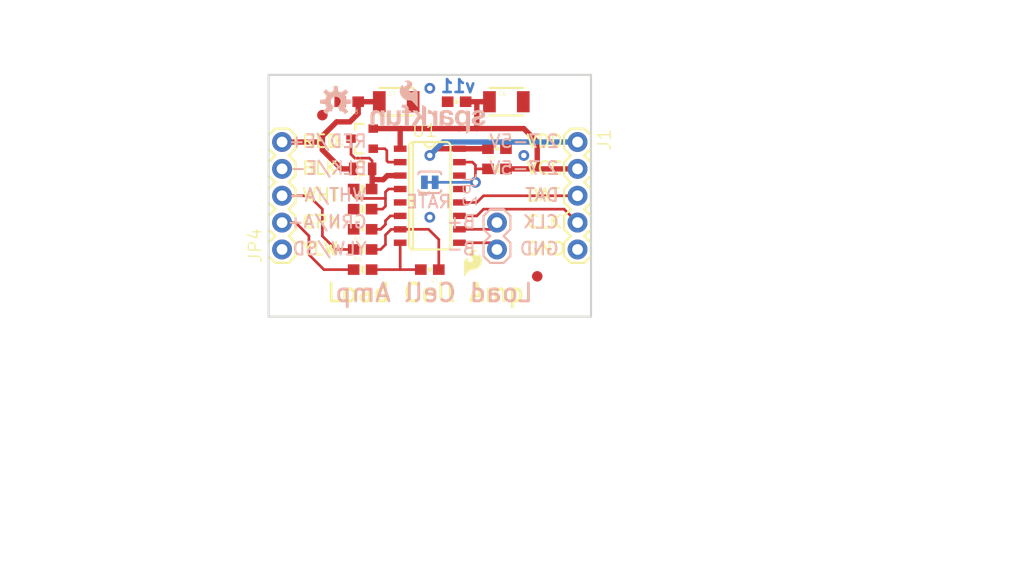
<source format=kicad_pcb>
(kicad_pcb (version 20171130) (host pcbnew 5.1.4-e60b266~84~ubuntu18.04.1)

  (general
    (thickness 1.6)
    (drawings 39)
    (tracks 103)
    (zones 0)
    (modules 30)
    (nets 19)
  )

  (page A4)
  (layers
    (0 Top signal)
    (31 Bottom signal)
    (32 B.Adhes user)
    (33 F.Adhes user)
    (34 B.Paste user)
    (35 F.Paste user)
    (36 B.SilkS user)
    (37 F.SilkS user)
    (38 B.Mask user)
    (39 F.Mask user)
    (40 Dwgs.User user)
    (41 Cmts.User user)
    (42 Eco1.User user)
    (43 Eco2.User user)
    (44 Edge.Cuts user)
    (45 Margin user)
    (46 B.CrtYd user)
    (47 F.CrtYd user)
    (48 B.Fab user)
    (49 F.Fab user)
  )

  (setup
    (last_trace_width 0.25)
    (trace_clearance 0.2)
    (zone_clearance 0.508)
    (zone_45_only no)
    (trace_min 0.2)
    (via_size 0.8)
    (via_drill 0.4)
    (via_min_size 0.4)
    (via_min_drill 0.3)
    (uvia_size 0.3)
    (uvia_drill 0.1)
    (uvias_allowed no)
    (uvia_min_size 0.2)
    (uvia_min_drill 0.1)
    (edge_width 0.05)
    (segment_width 0.2)
    (pcb_text_width 0.3)
    (pcb_text_size 1.5 1.5)
    (mod_edge_width 0.12)
    (mod_text_size 1 1)
    (mod_text_width 0.15)
    (pad_size 1.524 1.524)
    (pad_drill 0.762)
    (pad_to_mask_clearance 0.051)
    (solder_mask_min_width 0.25)
    (aux_axis_origin 0 0)
    (visible_elements FFFFFF7F)
    (pcbplotparams
      (layerselection 0x010fc_ffffffff)
      (usegerberextensions false)
      (usegerberattributes false)
      (usegerberadvancedattributes false)
      (creategerberjobfile false)
      (excludeedgelayer true)
      (linewidth 0.100000)
      (plotframeref false)
      (viasonmask false)
      (mode 1)
      (useauxorigin false)
      (hpglpennumber 1)
      (hpglpenspeed 20)
      (hpglpendiameter 15.000000)
      (psnegative false)
      (psa4output false)
      (plotreference true)
      (plotvalue true)
      (plotinvisibletext false)
      (padsonsilk false)
      (subtractmaskfromsilk false)
      (outputformat 1)
      (mirror false)
      (drillshape 1)
      (scaleselection 1)
      (outputdirectory ""))
  )

  (net 0 "")
  (net 1 GND)
  (net 2 VCC)
  (net 3 VDD)
  (net 4 "Net-(R5-Pad1)")
  (net 5 "Net-(U1-Pad13)")
  (net 6 /DAT)
  (net 7 /SCK)
  (net 8 /B+)
  (net 9 /B-)
  (net 10 "Net-(C1-Pad2)")
  (net 11 "Net-(C1-Pad1)")
  (net 12 "Net-(C2-Pad2)")
  (net 13 "Net-(R1-Pad1)")
  (net 14 "Net-(L1-Pad2)")
  (net 15 "Net-(Q1-Pad1)")
  (net 16 /A-)
  (net 17 /A+)
  (net 18 /AVDD)

  (net_class Default "This is the default net class."
    (clearance 0.2)
    (trace_width 0.25)
    (via_dia 0.8)
    (via_drill 0.4)
    (uvia_dia 0.3)
    (uvia_drill 0.1)
    (add_net /A+)
    (add_net /A-)
    (add_net /AVDD)
    (add_net /B+)
    (add_net /B-)
    (add_net /DAT)
    (add_net /SCK)
    (add_net GND)
    (add_net "Net-(C1-Pad1)")
    (add_net "Net-(C1-Pad2)")
    (add_net "Net-(C2-Pad2)")
    (add_net "Net-(L1-Pad2)")
    (add_net "Net-(Q1-Pad1)")
    (add_net "Net-(R1-Pad1)")
    (add_net "Net-(R5-Pad1)")
    (add_net "Net-(U1-Pad13)")
    (add_net VCC)
    (add_net VDD)
  )

  (module SparkFun_HX711_Load_Cell:OSHW-LOGO-S (layer Bottom) (tedit 0) (tstamp 5D783FC0)
    (at 139.6111 96.1136 180)
    (path /63AD74B9)
    (fp_text reference U7 (at 0 0 180) (layer B.SilkS) hide
      (effects (font (size 1.27 1.27) (thickness 0.15)) (justify mirror))
    )
    (fp_text value OSHW-LOGOS (at 0 0 180) (layer B.SilkS) hide
      (effects (font (size 1.27 1.27) (thickness 0.15)) (justify mirror))
    )
    (fp_poly (pts (xy 0.3947 -0.9528) (xy 0.5465 -0.8746) (xy 0.9235 -1.182) (xy 1.182 -0.9235)
      (xy 0.8746 -0.5465) (xy 1.0049 -0.232) (xy 1.4888 -0.1828) (xy 1.4888 0.1828)
      (xy 1.0049 0.232) (xy 0.8746 0.5465) (xy 1.182 0.9235) (xy 0.9235 1.182)
      (xy 0.5465 0.8746) (xy 0.394664 0.952817) (xy 0.232 1.0049) (xy 0.1828 1.4888)
      (xy -0.1828 1.4888) (xy -0.232 1.0049) (xy -0.5465 0.8746) (xy -0.9235 1.182)
      (xy -1.182 0.9235) (xy -0.8746 0.5465) (xy -1.0049 0.232) (xy -1.4888 0.1828)
      (xy -1.4888 -0.1828) (xy -1.0049 -0.232) (xy -0.8746 -0.5465) (xy -1.182 -0.9235)
      (xy -0.9235 -1.182) (xy -0.5465 -0.8746) (xy -0.472221 -0.916847) (xy -0.3947 -0.9528)
      (xy -0.1794 -0.4331) (xy -0.179399 -0.4331) (xy -0.3315 -0.331493) (xy -0.4688 0)
      (xy -0.446639 0.142321) (xy -0.382309 0.271193) (xy -0.281885 0.374447) (xy -0.154849 0.442333)
      (xy -0.013199 0.468439) (xy 0.129691 0.450302) (xy 0.260326 0.389633) (xy 0.366372 0.292161)
      (xy 0.437814 0.167091) (xy 0.467906 0.026234) (xy 0.453806 -0.117111) (xy 0.396846 -0.249406)
      (xy 0.302405 -0.358159) (xy 0.1794 -0.4331)) (layer B.SilkS) (width 0))
  )

  (module SparkFun_HX711_Load_Cell:STAND-OFF (layer Top) (tedit 0) (tstamp 5D783FC4)
    (at 135.8011 113.8936)
    (descr "<b>Stand Off</b><p>\nThis is the mechanical footprint for a #4 phillips button head screw. Use the keepout ring to avoid running the screw head into surrounding components. SKU : PRT-00447")
    (path /ABAB275D)
    (fp_text reference STANDOFF1 (at 0 0) (layer F.SilkS) hide
      (effects (font (size 1.27 1.27) (thickness 0.15)))
    )
    (fp_text value STAND-OFF (at 0 0) (layer F.SilkS) hide
      (effects (font (size 1.27 1.27) (thickness 0.15)))
    )
    (fp_circle (center 0 0) (end 2.794 0) (layer Dwgs.User) (width 0.127))
    (fp_arc (start 0 0) (end 0 1.8542) (angle 180) (layer Dwgs.User) (width 0.2032))
    (fp_arc (start 0 0) (end 0 1.8542) (angle -180) (layer Dwgs.User) (width 0.2032))
    (fp_arc (start 0 0) (end 0 1.8542) (angle 180) (layer Dwgs.User) (width 0.2032))
    (fp_arc (start 0 0) (end 0 -1.8542) (angle 180) (layer Dwgs.User) (width 0.2032))
    (pad "" np_thru_hole circle (at 0 0) (size 3.302 3.302) (drill 3.302) (layers *.Cu *.Mask))
  )

  (module SparkFun_HX711_Load_Cell:STAND-OFF (layer Top) (tedit 0) (tstamp 5D783FCD)
    (at 161.2011 113.8936)
    (descr "<b>Stand Off</b><p>\nThis is the mechanical footprint for a #4 phillips button head screw. Use the keepout ring to avoid running the screw head into surrounding components. SKU : PRT-00447")
    (path /ABB9F451)
    (fp_text reference STANDOFF2 (at 0 0) (layer F.SilkS) hide
      (effects (font (size 1.27 1.27) (thickness 0.15)))
    )
    (fp_text value STAND-OFF (at 0 0) (layer F.SilkS) hide
      (effects (font (size 1.27 1.27) (thickness 0.15)))
    )
    (fp_circle (center 0 0) (end 2.794 0) (layer Dwgs.User) (width 0.127))
    (fp_arc (start 0 0) (end 0 1.8542) (angle 180) (layer Dwgs.User) (width 0.2032))
    (fp_arc (start 0 0) (end 0 1.8542) (angle -180) (layer Dwgs.User) (width 0.2032))
    (fp_arc (start 0 0) (end 0 1.8542) (angle 180) (layer Dwgs.User) (width 0.2032))
    (fp_arc (start 0 0) (end 0 -1.8542) (angle 180) (layer Dwgs.User) (width 0.2032))
    (pad "" np_thru_hole circle (at 0 0) (size 3.302 3.302) (drill 3.302) (layers *.Cu *.Mask))
  )

  (module SparkFun_HX711_Load_Cell:STAND-OFF (layer Top) (tedit 0) (tstamp 5D783FD6)
    (at 135.8011 96.1136)
    (descr "<b>Stand Off</b><p>\nThis is the mechanical footprint for a #4 phillips button head screw. Use the keepout ring to avoid running the screw head into surrounding components. SKU : PRT-00447")
    (path /7832620B)
    (fp_text reference STANDOFF3 (at 0 0) (layer F.SilkS) hide
      (effects (font (size 1.27 1.27) (thickness 0.15)))
    )
    (fp_text value STAND-OFF (at 0 0) (layer F.SilkS) hide
      (effects (font (size 1.27 1.27) (thickness 0.15)))
    )
    (fp_circle (center 0 0) (end 2.794 0) (layer Dwgs.User) (width 0.127))
    (fp_arc (start 0 0) (end 0 1.8542) (angle 180) (layer Dwgs.User) (width 0.2032))
    (fp_arc (start 0 0) (end 0 1.8542) (angle -180) (layer Dwgs.User) (width 0.2032))
    (fp_arc (start 0 0) (end 0 1.8542) (angle 180) (layer Dwgs.User) (width 0.2032))
    (fp_arc (start 0 0) (end 0 -1.8542) (angle 180) (layer Dwgs.User) (width 0.2032))
    (pad "" np_thru_hole circle (at 0 0) (size 3.302 3.302) (drill 3.302) (layers *.Cu *.Mask))
  )

  (module SparkFun_HX711_Load_Cell:STAND-OFF (layer Top) (tedit 0) (tstamp 5D783FDF)
    (at 161.2011 96.1136)
    (descr "<b>Stand Off</b><p>\nThis is the mechanical footprint for a #4 phillips button head screw. Use the keepout ring to avoid running the screw head into surrounding components. SKU : PRT-00447")
    (path /53A82FBA)
    (fp_text reference STANDOFF4 (at 0 0) (layer F.SilkS) hide
      (effects (font (size 1.27 1.27) (thickness 0.15)))
    )
    (fp_text value STAND-OFF (at 0 0) (layer F.SilkS) hide
      (effects (font (size 1.27 1.27) (thickness 0.15)))
    )
    (fp_circle (center 0 0) (end 2.794 0) (layer Dwgs.User) (width 0.127))
    (fp_arc (start 0 0) (end 0 1.8542) (angle 180) (layer Dwgs.User) (width 0.2032))
    (fp_arc (start 0 0) (end 0 1.8542) (angle -180) (layer Dwgs.User) (width 0.2032))
    (fp_arc (start 0 0) (end 0 1.8542) (angle 180) (layer Dwgs.User) (width 0.2032))
    (fp_arc (start 0 0) (end 0 -1.8542) (angle 180) (layer Dwgs.User) (width 0.2032))
    (pad "" np_thru_hole circle (at 0 0) (size 3.302 3.302) (drill 3.302) (layers *.Cu *.Mask))
  )

  (module SparkFun_HX711_Load_Cell:SFE_LOGO_NAME_FLAME_.1 (layer Bottom) (tedit 0) (tstamp 5D783FE8)
    (at 154.2161 99.2886 180)
    (path /8712EDD9)
    (fp_text reference LOGO1 (at 0 0 180) (layer B.SilkS) hide
      (effects (font (size 1.27 1.27) (thickness 0.15)) (justify mirror))
    )
    (fp_text value SFE_LOGO_NAME_FLAME.1_INCH (at 0 0 180) (layer B.SilkS) hide
      (effects (font (size 1.27 1.27) (thickness 0.15)) (justify mirror))
    )
    (fp_poly (pts (xy 8.25 4.78) (xy 8.25 4.76) (xy 8.25 4.73) (xy 8.25 4.7)
      (xy 8.24 4.67) (xy 8.23 4.64) (xy 8.2 4.62) (xy 8.17 4.61)
      (xy 8.14 4.61) (xy 8.1 4.61) (xy 8.06 4.63) (xy 8.02 4.65)
      (xy 7.99 4.67) (xy 7.95 4.7) (xy 7.92 4.72) (xy 7.89 4.75)
      (xy 7.87 4.79) (xy 7.85 4.82) (xy 7.84 4.86) (xy 7.83 4.89)
      (xy 7.84 4.92) (xy 7.85 4.94) (xy 7.86 4.97) (xy 7.88 5)
      (xy 7.92 5.03) (xy 7.96 5.05) (xy 8.01 5.06) (xy 8.05 5.07)
      (xy 8.08 5.07) (xy 8.11 5.06) (xy 8.13 5.06) (xy 8.14 5.06)
      (xy 8.13 5.07) (xy 8.09 5.1) (xy 8.03 5.13) (xy 7.95 5.16)
      (xy 7.86 5.19) (xy 7.76 5.19) (xy 7.65 5.17) (xy 7.54 5.11)
      (xy 7.45 5.03) (xy 7.4 4.96) (xy 7.37 4.87) (xy 7.37 4.79)
      (xy 7.39 4.7) (xy 7.44 4.61) (xy 7.51 4.53) (xy 7.59 4.44)
      (xy 7.66 4.36) (xy 7.69 4.29) (xy 7.69 4.22) (xy 7.67 4.16)
      (xy 7.63 4.11) (xy 7.57 4.07) (xy 7.49 4.05) (xy 7.41 4.05)
      (xy 7.36 4.06) (xy 7.31 4.08) (xy 7.28 4.1) (xy 7.25 4.13)
      (xy 7.23 4.17) (xy 7.22 4.2) (xy 7.22 4.23) (xy 7.23 4.26)
      (xy 7.25 4.29) (xy 7.27 4.31) (xy 7.29 4.33) (xy 7.32 4.34)
      (xy 7.34 4.35) (xy 7.36 4.36) (xy 7.37 4.37) (xy 7.35 4.38)
      (xy 7.33 4.38) (xy 7.29 4.39) (xy 7.25 4.39) (xy 7.21 4.39)
      (xy 7.15 4.38) (xy 7.1 4.36) (xy 7.05 4.34) (xy 7.01 4.31)
      (xy 6.96 4.28) (xy 6.93 4.23) (xy 6.9 4.17) (xy 6.88 4.11)
      (xy 6.87 4.02) (xy 6.86 3.93) (xy 6.86 3.77) (xy 6.86 3.61)
      (xy 6.86 3.45) (xy 6.86 3.29) (xy 6.86 3.13) (xy 6.86 2.97)
      (xy 6.86 2.81) (xy 6.86 2.65) (xy 6.87 2.65) (xy 6.89 2.68)
      (xy 6.92 2.71) (xy 6.95 2.75) (xy 7 2.8) (xy 7.05 2.86)
      (xy 7.11 2.92) (xy 7.16 2.99) (xy 7.23 3.06) (xy 7.29 3.12)
      (xy 7.34 3.18) (xy 7.39 3.22) (xy 7.44 3.26) (xy 7.49 3.29)
      (xy 7.55 3.3) (xy 7.62 3.3) (xy 7.74 3.3) (xy 7.86 3.32)
      (xy 7.97 3.35) (xy 8.07 3.39) (xy 8.17 3.45) (xy 8.25 3.52)
      (xy 8.33 3.6) (xy 8.4 3.69) (xy 8.5 3.87) (xy 8.55 4.05)
      (xy 8.56 4.23) (xy 8.53 4.39) (xy 8.48 4.53) (xy 8.41 4.65)
      (xy 8.33 4.74)) (layer B.SilkS) (width 0))
    (fp_poly (pts (xy 10 2.36) (xy 10.05 2.36) (xy 10.1 2.36) (xy 10.14 2.36)
      (xy 10.19 2.36) (xy 10.23 2.36) (xy 10.28 2.36) (xy 10.33 2.36)
      (xy 10.37 2.36) (xy 10.37 2.33) (xy 10.37 2.31) (xy 10.37 2.28)
      (xy 10.37 2.26) (xy 10.37 2.23) (xy 10.37 2.21) (xy 10.37 2.18)
      (xy 10.37 2.16) (xy 10.38 2.16) (xy 10.42 2.22) (xy 10.46 2.26)
      (xy 10.51 2.3) (xy 10.57 2.34) (xy 10.63 2.36) (xy 10.69 2.38)
      (xy 10.75 2.39) (xy 10.81 2.39) (xy 10.95 2.38) (xy 11.06 2.35)
      (xy 11.15 2.3) (xy 11.22 2.23) (xy 11.27 2.15) (xy 11.3 2.05)
      (xy 11.32 1.94) (xy 11.33 1.81) (xy 11.33 1.7) (xy 11.33 1.59)
      (xy 11.33 1.49) (xy 11.33 1.38) (xy 11.33 1.27) (xy 11.33 1.16)
      (xy 11.33 1.05) (xy 11.33 0.94) (xy 11.28 0.94) (xy 11.23 0.94)
      (xy 11.18 0.94) (xy 11.13 0.94) (xy 11.08 0.94) (xy 11.03 0.94)
      (xy 10.99 0.94) (xy 10.94 0.94) (xy 10.94 1.04) (xy 10.94 1.14)
      (xy 10.94 1.24) (xy 10.94 1.34) (xy 10.94 1.44) (xy 10.94 1.54)
      (xy 10.94 1.64) (xy 10.94 1.74) (xy 10.93 1.82) (xy 10.92 1.89)
      (xy 10.91 1.95) (xy 10.88 2) (xy 10.85 2.04) (xy 10.8 2.07)
      (xy 10.75 2.08) (xy 10.69 2.09) (xy 10.61 2.08) (xy 10.55 2.07)
      (xy 10.5 2.04) (xy 10.46 1.99) (xy 10.43 1.94) (xy 10.4 1.87)
      (xy 10.39 1.78) (xy 10.39 1.68) (xy 10.39 1.59) (xy 10.39 1.5)
      (xy 10.39 1.41) (xy 10.39 1.31) (xy 10.39 1.22) (xy 10.39 1.13)
      (xy 10.39 1.03) (xy 10.39 0.94) (xy 10.34 0.94) (xy 10.29 0.94)
      (xy 10.24 0.94) (xy 10.19 0.94) (xy 10.14 0.94) (xy 10.1 0.94)
      (xy 10.05 0.94) (xy 10 0.94) (xy 10 1.12) (xy 10 1.3)
      (xy 10 1.47) (xy 10 1.65) (xy 10 1.83) (xy 10 2)
      (xy 10 2.18)) (layer B.SilkS) (width 0))
    (fp_poly (pts (xy 9.79 0.94) (xy 9.74 0.94) (xy 9.7 0.94) (xy 9.65 0.94)
      (xy 9.6 0.94) (xy 9.56 0.94) (xy 9.51 0.94) (xy 9.47 0.94)
      (xy 9.42 0.94) (xy 9.42 0.97) (xy 9.42 0.99) (xy 9.42 1.02)
      (xy 9.42 1.04) (xy 9.42 1.06) (xy 9.42 1.09) (xy 9.42 1.11)
      (xy 9.42 1.14) (xy 9.41 1.14) (xy 9.37 1.08) (xy 9.33 1.03)
      (xy 9.28 0.99) (xy 9.22 0.96) (xy 9.17 0.94) (xy 9.11 0.92)
      (xy 9.04 0.91) (xy 8.98 0.9) (xy 8.84 0.91) (xy 8.73 0.95)
      (xy 8.64 1) (xy 8.57 1.06) (xy 8.52 1.15) (xy 8.49 1.25)
      (xy 8.47 1.36) (xy 8.47 1.49) (xy 8.47 1.59) (xy 8.47 1.7)
      (xy 8.47 1.81) (xy 8.47 1.92) (xy 8.47 2.03) (xy 8.47 2.14)
      (xy 8.47 2.25) (xy 8.47 2.36) (xy 8.51 2.36) (xy 8.56 2.36)
      (xy 8.61 2.36) (xy 8.66 2.36) (xy 8.71 2.36) (xy 8.76 2.36)
      (xy 8.81 2.36) (xy 8.85 2.36) (xy 8.85 2.26) (xy 8.85 2.16)
      (xy 8.85 2.06) (xy 8.85 1.96) (xy 8.85 1.86) (xy 8.85 1.76)
      (xy 8.85 1.66) (xy 8.85 1.56) (xy 8.86 1.48) (xy 8.87 1.4)
      (xy 8.88 1.34) (xy 8.91 1.3) (xy 8.94 1.26) (xy 8.99 1.23)
      (xy 9.04 1.22) (xy 9.1 1.21) (xy 9.18 1.22) (xy 9.24 1.23)
      (xy 9.29 1.26) (xy 9.33 1.3) (xy 9.36 1.36) (xy 9.39 1.43)
      (xy 9.4 1.51) (xy 9.4 1.61) (xy 9.4 1.71) (xy 9.4 1.8)
      (xy 9.4 1.89) (xy 9.4 1.98) (xy 9.4 2.08) (xy 9.4 2.17)
      (xy 9.4 2.26) (xy 9.4 2.36) (xy 9.45 2.36) (xy 9.5 2.36)
      (xy 9.55 2.36) (xy 9.6 2.36) (xy 9.65 2.36) (xy 9.7 2.36)
      (xy 9.74 2.36) (xy 9.79 2.36) (xy 9.79 2.18) (xy 9.79 2)
      (xy 9.79 1.83) (xy 9.79 1.65) (xy 9.79 1.47) (xy 9.79 1.29)
      (xy 9.79 1.12)) (layer B.SilkS) (width 0))
    (fp_poly (pts (xy 7.7 2.1) (xy 7.65 2.1) (xy 7.6 2.1) (xy 7.55 2.1)
      (xy 7.51 2.1) (xy 7.46 2.1) (xy 7.41 2.1) (xy 7.36 2.1)
      (xy 7.31 2.1) (xy 7.35 2.13) (xy 7.38 2.16) (xy 7.41 2.19)
      (xy 7.45 2.23) (xy 7.48 2.26) (xy 7.51 2.29) (xy 7.55 2.32)
      (xy 7.58 2.36) (xy 7.59 2.36) (xy 7.61 2.36) (xy 7.62 2.36)
      (xy 7.64 2.36) (xy 7.65 2.36) (xy 7.67 2.36) (xy 7.68 2.36)
      (xy 7.7 2.36) (xy 7.7 2.37) (xy 7.7 2.38) (xy 7.7 2.4)
      (xy 7.7 2.41) (xy 7.7 2.42) (xy 7.7 2.44) (xy 7.7 2.45)
      (xy 7.7 2.46) (xy 7.7 2.56) (xy 7.73 2.64) (xy 7.76 2.71)
      (xy 7.81 2.77) (xy 7.88 2.82) (xy 7.96 2.86) (xy 8.06 2.89)
      (xy 8.17 2.89) (xy 8.2 2.89) (xy 8.22 2.89) (xy 8.25 2.89)
      (xy 8.27 2.89) (xy 8.3 2.89) (xy 8.32 2.89) (xy 8.35 2.89)
      (xy 8.37 2.88) (xy 8.37 2.85) (xy 8.37 2.81) (xy 8.37 2.78)
      (xy 8.37 2.74) (xy 8.37 2.7) (xy 8.37 2.67) (xy 8.37 2.63)
      (xy 8.37 2.6) (xy 8.36 2.6) (xy 8.34 2.6) (xy 8.32 2.6)
      (xy 8.3 2.6) (xy 8.29 2.6) (xy 8.27 2.6) (xy 8.25 2.6)
      (xy 8.23 2.6) (xy 8.2 2.6) (xy 8.16 2.59) (xy 8.14 2.58)
      (xy 8.12 2.57) (xy 8.1 2.54) (xy 8.09 2.52) (xy 8.09 2.48)
      (xy 8.08 2.44) (xy 8.08 2.43) (xy 8.08 2.42) (xy 8.08 2.41)
      (xy 8.08 2.4) (xy 8.08 2.39) (xy 8.08 2.38) (xy 8.08 2.37)
      (xy 8.08 2.36) (xy 8.12 2.36) (xy 8.15 2.36) (xy 8.19 2.36)
      (xy 8.22 2.36) (xy 8.25 2.36) (xy 8.29 2.36) (xy 8.32 2.36)
      (xy 8.35 2.36) (xy 8.35 2.32) (xy 8.35 2.29) (xy 8.35 2.26)
      (xy 8.35 2.23) (xy 8.35 2.19) (xy 8.35 2.16) (xy 8.35 2.13)
      (xy 8.35 2.1) (xy 8.32 2.1) (xy 8.29 2.1) (xy 8.25 2.1)
      (xy 8.22 2.1) (xy 8.19 2.1) (xy 8.15 2.1) (xy 8.12 2.1)
      (xy 8.08 2.1) (xy 8.08 1.95) (xy 8.08 1.81) (xy 8.08 1.66)
      (xy 8.08 1.52) (xy 8.08 1.37) (xy 8.08 1.23) (xy 8.08 1.09)
      (xy 8.08 0.94) (xy 8.04 0.94) (xy 7.99 0.94) (xy 7.94 0.94)
      (xy 7.89 0.94) (xy 7.84 0.94) (xy 7.79 0.94) (xy 7.74 0.94)
      (xy 7.7 0.94) (xy 7.7 1.09) (xy 7.7 1.23) (xy 7.7 1.37)
      (xy 7.7 1.52) (xy 7.7 1.66) (xy 7.7 1.81) (xy 7.7 1.95)) (layer B.SilkS) (width 0))
    (fp_poly (pts (xy 6.06 2.68) (xy 6.45 2.89) (xy 6.45 1.85) (xy 6.94 2.36)
      (xy 7.4 2.36) (xy 6.87 1.84) (xy 7.46 0.94) (xy 6.99 0.94)
      (xy 6.6 1.57) (xy 6.45 1.43) (xy 6.45 0.94) (xy 6.06 0.94)) (layer B.SilkS) (width 0))
    (fp_poly (pts (xy 5 2.29) (xy 5.05 2.3) (xy 5.09 2.31) (xy 5.14 2.31)
      (xy 5.19 2.32) (xy 5.23 2.33) (xy 5.28 2.34) (xy 5.33 2.35)
      (xy 5.37 2.36) (xy 5.37 2.32) (xy 5.37 2.29) (xy 5.37 2.26)
      (xy 5.37 2.22) (xy 5.37 2.19) (xy 5.37 2.16) (xy 5.37 2.13)
      (xy 5.37 2.09) (xy 5.41 2.16) (xy 5.45 2.21) (xy 5.5 2.27)
      (xy 5.55 2.31) (xy 5.62 2.35) (xy 5.68 2.37) (xy 5.75 2.39)
      (xy 5.83 2.39) (xy 5.84 2.39) (xy 5.85 2.39) (xy 5.86 2.39)
      (xy 5.87 2.39) (xy 5.88 2.39) (xy 5.89 2.39) (xy 5.9 2.38)
      (xy 5.91 2.38) (xy 5.91 2.33) (xy 5.91 2.29) (xy 5.91 2.24)
      (xy 5.91 2.2) (xy 5.91 2.15) (xy 5.91 2.11) (xy 5.91 2.06)
      (xy 5.91 2.02) (xy 5.9 2.02) (xy 5.88 2.03) (xy 5.86 2.03)
      (xy 5.84 2.03) (xy 5.83 2.03) (xy 5.81 2.03) (xy 5.79 2.03)
      (xy 5.77 2.03) (xy 5.67 2.02) (xy 5.59 2) (xy 5.52 1.96)
      (xy 5.47 1.9) (xy 5.43 1.83) (xy 5.41 1.76) (xy 5.39 1.67)
      (xy 5.39 1.58) (xy 5.39 1.5) (xy 5.39 1.42) (xy 5.39 1.34)
      (xy 5.39 1.26) (xy 5.39 1.18) (xy 5.39 1.1) (xy 5.39 1.02)
      (xy 5.39 0.94) (xy 5.34 0.94) (xy 5.29 0.94) (xy 5.24 0.94)
      (xy 5.19 0.94) (xy 5.14 0.94) (xy 5.1 0.94) (xy 5.05 0.94)
      (xy 5 0.94) (xy 5 1.11) (xy 5 1.28) (xy 5 1.45)
      (xy 5 1.62) (xy 5 1.78) (xy 5 1.95) (xy 5 2.12)) (layer B.SilkS) (width 0))
    (fp_poly (pts (xy 4.01 1.54) (xy 3.98 1.53) (xy 3.96 1.52) (xy 3.95 1.51)
      (xy 3.93 1.5) (xy 3.91 1.49) (xy 3.9 1.48) (xy 3.88 1.47)
      (xy 3.87 1.45) (xy 3.86 1.43) (xy 3.85 1.41) (xy 3.85 1.39)
      (xy 3.84 1.37) (xy 3.84 1.34) (xy 3.84 1.32) (xy 3.85 1.29)
      (xy 3.85 1.27) (xy 3.86 1.25) (xy 3.87 1.24) (xy 3.88 1.22)
      (xy 3.9 1.21) (xy 3.91 1.2) (xy 3.93 1.19) (xy 3.95 1.18)
      (xy 3.97 1.18) (xy 3.99 1.17) (xy 4.01 1.17) (xy 4.03 1.16)
      (xy 4.06 1.16) (xy 4.08 1.16) (xy 4.13 1.17) (xy 4.18 1.17)
      (xy 4.22 1.19) (xy 4.26 1.2) (xy 4.29 1.22) (xy 4.31 1.24)
      (xy 4.33 1.27) (xy 4.35 1.29) (xy 4.36 1.32) (xy 4.37 1.35)
      (xy 4.38 1.37) (xy 4.39 1.4) (xy 4.39 1.43) (xy 4.39 1.45)
      (xy 4.39 1.47) (xy 4.39 1.49) (xy 4.39 1.5) (xy 4.39 1.51)
      (xy 4.39 1.52) (xy 4.39 1.53) (xy 4.39 1.54) (xy 4.39 1.55)
      (xy 4.39 1.56) (xy 4.39 1.57) (xy 4.39 1.58) (xy 4.39 1.59)
      (xy 4.39 1.6) (xy 4.39 1.61) (xy 4.39 1.62) (xy 4.39 1.63)
      (xy 4.38 1.62) (xy 4.37 1.61) (xy 4.35 1.61) (xy 4.33 1.6)
      (xy 4.31 1.59) (xy 4.29 1.59) (xy 4.27 1.58) (xy 4.25 1.58)
      (xy 4.23 1.58) (xy 4.18 1.78) (xy 4.25 1.8) (xy 4.31 1.82)
      (xy 4.36 1.85) (xy 4.39 1.89) (xy 4.39 1.94) (xy 4.39 1.97)
      (xy 4.39 2) (xy 4.38 2.02) (xy 4.37 2.04) (xy 4.36 2.06)
      (xy 4.35 2.07) (xy 4.34 2.09) (xy 4.32 2.1) (xy 4.3 2.11)
      (xy 4.28 2.12) (xy 4.26 2.12) (xy 4.24 2.13) (xy 4.22 2.13)
      (xy 4.19 2.13) (xy 4.17 2.13) (xy 4.14 2.13) (xy 4.12 2.13)
      (xy 4.09 2.13) (xy 4.06 2.13) (xy 4.04 2.12) (xy 4.02 2.11)
      (xy 4 2.1) (xy 3.98 2.09) (xy 3.96 2.08) (xy 3.95 2.07)
      (xy 3.93 2.05) (xy 3.92 2.04) (xy 3.91 2.02) (xy 3.9 1.99)
      (xy 3.89 1.97) (xy 3.89 1.95) (xy 3.89 1.92) (xy 3.86 1.92)
      (xy 3.84 1.92) (xy 3.81 1.92) (xy 3.79 1.92) (xy 3.76 1.92)
      (xy 3.74 1.92) (xy 3.72 1.92) (xy 3.69 1.92) (xy 3.67 1.92)
      (xy 3.64 1.92) (xy 3.62 1.92) (xy 3.59 1.92) (xy 3.57 1.92)
      (xy 3.55 1.92) (xy 3.52 1.92) (xy 3.5 1.92) (xy 3.51 1.98)
      (xy 3.52 2.04) (xy 3.54 2.1) (xy 3.57 2.14) (xy 3.6 2.19)
      (xy 3.63 2.23) (xy 3.67 2.26) (xy 3.72 2.29) (xy 3.77 2.32)
      (xy 3.82 2.34) (xy 3.87 2.35) (xy 3.93 2.37) (xy 3.99 2.38)
      (xy 4.04 2.39) (xy 4.1 2.39) (xy 4.16 2.39) (xy 4.22 2.39)
      (xy 4.27 2.39) (xy 4.32 2.38) (xy 4.38 2.38) (xy 4.43 2.37)
      (xy 4.48 2.35) (xy 4.53 2.34) (xy 4.58 2.32) (xy 4.62 2.29)
      (xy 4.66 2.26) (xy 4.7 2.23) (xy 4.73 2.19) (xy 4.75 2.15)
      (xy 4.77 2.1) (xy 4.78 2.05) (xy 4.78 1.99) (xy 4.78 1.94)
      (xy 4.78 1.9) (xy 4.78 1.85) (xy 4.78 1.8) (xy 4.78 1.76)
      (xy 4.78 1.71) (xy 4.78 1.67) (xy 4.78 1.62) (xy 4.78 1.57)
      (xy 4.78 1.53) (xy 4.78 1.48) (xy 4.78 1.44) (xy 4.78 1.39)
      (xy 4.78 1.34) (xy 4.78 1.3) (xy 4.78 1.25) (xy 4.78 1.23)
      (xy 4.78 1.2) (xy 4.78 1.18) (xy 4.79 1.16) (xy 4.79 1.13)
      (xy 4.79 1.11) (xy 4.79 1.09) (xy 4.79 1.07) (xy 4.8 1.05)
      (xy 4.8 1.03) (xy 4.81 1.01) (xy 4.81 0.99) (xy 4.81 0.98)
      (xy 4.82 0.96) (xy 4.83 0.95) (xy 4.83 0.94) (xy 4.81 0.94)
      (xy 4.78 0.94) (xy 4.76 0.94) (xy 4.73 0.94) (xy 4.71 0.94)
      (xy 4.68 0.94) (xy 4.66 0.94) (xy 4.64 0.94) (xy 4.61 0.94)
      (xy 4.59 0.94) (xy 4.56 0.94) (xy 4.54 0.94) (xy 4.51 0.94)
      (xy 4.49 0.94) (xy 4.46 0.94) (xy 4.44 0.94) (xy 4.44 0.95)
      (xy 4.43 0.96) (xy 4.43 0.97) (xy 4.42 0.98) (xy 4.42 0.99)
      (xy 4.42 1) (xy 4.42 1.01) (xy 4.41 1.02) (xy 4.41 1.03)
      (xy 4.41 1.04) (xy 4.41 1.05) (xy 4.41 1.06) (xy 4.41 1.07)
      (xy 4.41 1.08) (xy 4.39 1.05) (xy 4.36 1.03) (xy 4.34 1.01)
      (xy 4.31 0.99) (xy 4.28 0.98) (xy 4.25 0.96) (xy 4.22 0.95)
      (xy 4.19 0.94) (xy 4.16 0.93) (xy 4.13 0.92) (xy 4.1 0.92)
      (xy 4.07 0.91) (xy 4.03 0.91) (xy 4 0.9) (xy 3.97 0.9)
      (xy 3.94 0.9) (xy 3.89 0.9) (xy 3.84 0.91) (xy 3.79 0.91)
      (xy 3.75 0.92) (xy 3.7 0.94) (xy 3.66 0.96) (xy 3.63 0.98)
      (xy 3.59 1) (xy 3.56 1.03) (xy 3.54 1.06) (xy 3.51 1.1)
      (xy 3.49 1.13) (xy 3.48 1.18) (xy 3.46 1.22) (xy 3.46 1.27)
      (xy 3.45 1.32) (xy 3.47 1.43) (xy 3.5 1.52) (xy 3.54 1.59)
      (xy 3.61 1.65) (xy 3.68 1.69) (xy 3.76 1.72) (xy 3.84 1.74)
      (xy 3.93 1.75)) (layer B.SilkS) (width 0))
    (fp_poly (pts (xy 3.93 1.75) (xy 4.02 1.76) (xy 4.11 1.77) (xy 4.18 1.78)
      (xy 4.23 1.58) (xy 4.21 1.57) (xy 4.19 1.57) (xy 4.16 1.56)
      (xy 4.14 1.56) (xy 4.12 1.56) (xy 4.09 1.55) (xy 4.07 1.55)
      (xy 4.05 1.55) (xy 4.03 1.54) (xy 4.01 1.54)) (layer B.SilkS) (width 0))
    (fp_poly (pts (xy 3.25 1.24) (xy 3.19 1.13) (xy 3.1 1.04) (xy 2.99 0.96)
      (xy 2.87 0.92) (xy 2.72 0.9) (xy 2.66 0.91) (xy 2.6 0.92)
      (xy 2.54 0.93) (xy 2.48 0.96) (xy 2.43 0.99) (xy 2.38 1.02)
      (xy 2.34 1.07) (xy 2.3 1.12) (xy 2.29 1.12) (xy 2.29 0.99)
      (xy 2.29 0.86) (xy 2.29 0.74) (xy 2.29 0.61) (xy 2.29 0.48)
      (xy 2.29 0.35) (xy 2.29 0.23) (xy 2.29 0.1) (xy 2.25 0.14)
      (xy 2.2 0.19) (xy 2.15 0.23) (xy 2.1 0.27) (xy 2.05 0.31)
      (xy 2 0.36) (xy 1.96 0.4) (xy 1.91 0.44) (xy 1.91 0.68)
      (xy 1.91 0.91) (xy 1.91 1.14) (xy 1.91 1.37) (xy 1.91 1.6)
      (xy 1.91 1.83) (xy 1.91 2.06) (xy 1.91 2.29) (xy 1.95 2.3)
      (xy 2 2.31) (xy 2.05 2.31) (xy 2.09 2.32) (xy 2.14 2.33)
      (xy 2.18 2.34) (xy 2.23 2.35) (xy 2.28 2.36) (xy 2.28 2.33)
      (xy 2.28 2.31) (xy 2.28 2.29) (xy 2.28 2.27) (xy 2.28 2.24)
      (xy 2.28 2.22) (xy 2.28 2.2) (xy 2.28 2.18) (xy 2.32 2.23)
      (xy 2.36 2.27) (xy 2.41 2.31) (xy 2.46 2.34) (xy 2.51 2.37)
      (xy 2.57 2.38) (xy 2.63 2.39) (xy 2.7 2.39) (xy 2.85 2.38)
      (xy 2.99 2.33) (xy 3.1 2.26) (xy 3.19 2.16) (xy 3.26 2.05)
      (xy 3.3 1.92) (xy 3.33 1.78) (xy 3.34 1.63) (xy 2.95 1.64)
      (xy 2.95 1.73) (xy 2.94 1.81) (xy 2.91 1.89) (xy 2.88 1.96)
      (xy 2.83 2.02) (xy 2.77 2.06) (xy 2.7 2.09) (xy 2.61 2.1)
      (xy 2.53 2.09) (xy 2.45 2.06) (xy 2.4 2.02) (xy 2.35 1.96)
      (xy 2.32 1.89) (xy 2.29 1.81) (xy 2.28 1.73) (xy 2.28 1.64)
      (xy 2.28 1.56) (xy 2.3 1.48) (xy 2.32 1.4) (xy 2.35 1.33)
      (xy 2.4 1.28) (xy 2.46 1.23) (xy 2.53 1.21) (xy 2.62 1.2)
      (xy 2.7 1.21) (xy 2.78 1.23) (xy 2.84 1.28) (xy 2.88 1.33)
      (xy 2.91 1.4)) (layer B.SilkS) (width 0))
    (fp_poly (pts (xy 2.91 1.4) (xy 2.94 1.48) (xy 2.95 1.56) (xy 2.95 1.64)
      (xy 3.34 1.63) (xy 3.33 1.49) (xy 3.3 1.36) (xy 3.25 1.24)) (layer B.SilkS) (width 0))
    (fp_poly (pts (xy 0.81 1.4) (xy 0.81 1.34) (xy 0.83 1.29) (xy 0.86 1.25)
      (xy 0.9 1.22) (xy 0.94 1.19) (xy 1 1.18) (xy 1.05 1.17)
      (xy 1.11 1.16) (xy 1.15 1.17) (xy 1.19 1.17) (xy 1.23 1.18)
      (xy 1.27 1.2) (xy 1.31 1.23) (xy 1.34 1.26) (xy 1.35 1.3)
      (xy 1.36 1.34) (xy 1.35 1.38) (xy 1.33 1.42) (xy 1.29 1.45)
      (xy 1.24 1.48) (xy 1.18 1.5) (xy 1.1 1.52) (xy 1.02 1.54)
      (xy 0.92 1.56) (xy 0.83 1.58) (xy 0.75 1.61) (xy 0.68 1.64)
      (xy 0.61 1.68) (xy 0.55 1.72) (xy 0.51 1.78) (xy 0.48 1.85)
      (xy 0.47 1.94) (xy 0.48 2.06) (xy 0.52 2.16) (xy 0.59 2.24)
      (xy 0.66 2.3) (xy 0.76 2.35) (xy 0.86 2.37) (xy 0.97 2.39)
      (xy 1.09 2.39) (xy 1.2 2.39) (xy 1.31 2.37) (xy 1.41 2.34)
      (xy 1.5 2.3) (xy 1.58 2.24) (xy 1.64 2.16) (xy 1.69 2.06)
      (xy 1.71 1.94) (xy 1.66 1.94) (xy 1.62 1.94) (xy 1.57 1.94)
      (xy 1.53 1.94) (xy 1.48 1.94) (xy 1.43 1.94) (xy 1.39 1.94)
      (xy 1.34 1.94) (xy 1.33 1.99) (xy 1.31 2.04) (xy 1.29 2.07)
      (xy 1.26 2.09) (xy 1.22 2.11) (xy 1.17 2.13) (xy 1.13 2.13)
      (xy 1.08 2.13) (xy 1.04 2.13) (xy 1 2.13) (xy 0.97 2.12)
      (xy 0.93 2.11) (xy 0.9 2.1) (xy 0.88 2.07) (xy 0.86 2.04)
      (xy 0.86 2) (xy 0.87 1.96) (xy 0.9 1.92) (xy 0.94 1.89)
      (xy 1 1.86) (xy 1.06 1.84) (xy 1.14 1.83) (xy 1.22 1.81)
      (xy 1.3 1.79) (xy 1.38 1.77) (xy 1.47 1.75) (xy 1.54 1.71)
      (xy 1.61 1.67) (xy 1.67 1.62) (xy 1.71 1.56) (xy 1.74 1.49)
      (xy 1.75 1.4) (xy 1.73 1.27) (xy 1.69 1.16) (xy 1.63 1.08)
      (xy 1.55 1.01) (xy 1.45 0.96) (xy 1.34 0.93) (xy 1.22 0.91)
      (xy 1.1 0.9) (xy 0.98 0.91) (xy 0.86 0.93) (xy 0.75 0.96)
      (xy 0.65 1.01) (xy 0.57 1.08) (xy 0.5 1.17) (xy 0.46 1.27)
      (xy 0.44 1.4) (xy 0.48 1.4) (xy 0.53 1.4) (xy 0.58 1.4)
      (xy 0.62 1.4) (xy 0.67 1.4) (xy 0.71 1.4) (xy 0.76 1.4)) (layer B.SilkS) (width 0))
  )

  (module SparkFun_HX711_Load_Cell:SO16 (layer Top) (tedit 0) (tstamp 5D783FF6)
    (at 148.5011 105.0036 270)
    (descr "<b>Small Outline package</b> 150 mil")
    (path /5DF70DD6)
    (fp_text reference U1 (at -5.461 1.778) (layer F.SilkS)
      (effects (font (size 1.2065 1.2065) (thickness 0.127)) (justify left bottom))
    )
    (fp_text value HX711 (at -4.064 0.635 270) (layer F.Fab)
      (effects (font (size 1.2065 1.2065) (thickness 0.127)) (justify right top))
    )
    (fp_poly (pts (xy 4.191 -1.9558) (xy 4.699 -1.9558) (xy 4.699 -3.0988) (xy 4.191 -3.0988)) (layer F.Fab) (width 0))
    (fp_poly (pts (xy 2.921 -1.9558) (xy 3.429 -1.9558) (xy 3.429 -3.0988) (xy 2.921 -3.0988)) (layer F.Fab) (width 0))
    (fp_poly (pts (xy 1.651 -1.9558) (xy 2.159 -1.9558) (xy 2.159 -3.0988) (xy 1.651 -3.0988)) (layer F.Fab) (width 0))
    (fp_poly (pts (xy 0.381 -1.9558) (xy 0.889 -1.9558) (xy 0.889 -3.0988) (xy 0.381 -3.0988)) (layer F.Fab) (width 0))
    (fp_poly (pts (xy 4.191 3.0988) (xy 4.699 3.0988) (xy 4.699 1.9558) (xy 4.191 1.9558)) (layer F.Fab) (width 0))
    (fp_poly (pts (xy 2.921 3.0988) (xy 3.429 3.0988) (xy 3.429 1.9558) (xy 2.921 1.9558)) (layer F.Fab) (width 0))
    (fp_poly (pts (xy 1.651 3.0988) (xy 2.159 3.0988) (xy 2.159 1.9558) (xy 1.651 1.9558)) (layer F.Fab) (width 0))
    (fp_poly (pts (xy 0.381 3.0988) (xy 0.889 3.0988) (xy 0.889 1.9558) (xy 0.381 1.9558)) (layer F.Fab) (width 0))
    (fp_poly (pts (xy -4.699 -1.9558) (xy -4.191 -1.9558) (xy -4.191 -3.0988) (xy -4.699 -3.0988)) (layer F.Fab) (width 0))
    (fp_poly (pts (xy -3.429 -1.9558) (xy -2.921 -1.9558) (xy -2.921 -3.0988) (xy -3.429 -3.0988)) (layer F.Fab) (width 0))
    (fp_poly (pts (xy -2.159 -1.9558) (xy -1.651 -1.9558) (xy -1.651 -3.0988) (xy -2.159 -3.0988)) (layer F.Fab) (width 0))
    (fp_poly (pts (xy -0.889 3.0988) (xy -0.381 3.0988) (xy -0.381 1.9558) (xy -0.889 1.9558)) (layer F.Fab) (width 0))
    (fp_poly (pts (xy -2.159 3.0734) (xy -1.651 3.0734) (xy -1.651 1.9304) (xy -2.159 1.9304)) (layer F.Fab) (width 0))
    (fp_poly (pts (xy -3.429 3.0988) (xy -2.921 3.0988) (xy -2.921 1.9558) (xy -3.429 1.9558)) (layer F.Fab) (width 0))
    (fp_poly (pts (xy -4.699 3.0988) (xy -4.191 3.0988) (xy -4.191 1.9558) (xy -4.699 1.9558)) (layer F.Fab) (width 0))
    (fp_poly (pts (xy -0.889 -1.9558) (xy -0.381 -1.9558) (xy -0.381 -3.0988) (xy -0.889 -3.0988)) (layer F.Fab) (width 0))
    (fp_line (start -5.08 1.6002) (end 5.08 1.6002) (layer F.SilkS) (width 0.2032))
    (fp_arc (start -5.08 0) (end -5.08 0.508) (angle -180) (layer F.SilkS) (width 0.2032))
    (fp_line (start -5.08 0.508) (end -5.08 1.5748) (layer F.SilkS) (width 0.2032))
    (fp_line (start -5.08 -0.508) (end -5.08 0.508) (layer F.SilkS) (width 0.2032))
    (fp_line (start -5.08 -1.5748) (end -5.08 -0.508) (layer F.SilkS) (width 0.2032))
    (fp_line (start 5.08 1.5748) (end 5.08 -1.5748) (layer F.SilkS) (width 0.2032))
    (fp_line (start -4.699 1.9558) (end 4.699 1.9558) (layer F.SilkS) (width 0.2032))
    (fp_arc (start -4.699 1.5748) (end -5.08 1.5748) (angle -90) (layer F.SilkS) (width 0.2032))
    (fp_arc (start 4.699 -1.5748) (end 5.08 -1.5748) (angle -90) (layer F.SilkS) (width 0.2032))
    (fp_arc (start -4.699 -1.5748) (end -4.699 -1.9558) (angle -90) (layer F.SilkS) (width 0.2032))
    (fp_arc (start 4.699 1.5748) (end 4.699 1.9558) (angle -90) (layer F.SilkS) (width 0.2032))
    (fp_line (start 4.699 -1.9558) (end -4.699 -1.9558) (layer F.SilkS) (width 0.2032))
    (pad 16 smd rect (at -4.445 -2.8 270) (size 0.6 1.2) (layers Top F.Paste F.Mask)
      (net 3 VDD) (solder_mask_margin 0.1016))
    (pad 15 smd rect (at -3.175 -2.8 270) (size 0.6 1.2) (layers Top F.Paste F.Mask)
      (net 4 "Net-(R5-Pad1)") (solder_mask_margin 0.1016))
    (pad 14 smd rect (at -1.905 -2.8 270) (size 0.6 1.2) (layers Top F.Paste F.Mask)
      (net 1 GND) (solder_mask_margin 0.1016))
    (pad 13 smd rect (at -0.635 -2.8 270) (size 0.6 1.2) (layers Top F.Paste F.Mask)
      (net 5 "Net-(U1-Pad13)") (solder_mask_margin 0.1016))
    (pad 12 smd rect (at 0.635 -2.8 270) (size 0.6 1.2) (layers Top F.Paste F.Mask)
      (net 6 /DAT) (solder_mask_margin 0.1016))
    (pad 11 smd rect (at 1.905 -2.8 270) (size 0.6 1.2) (layers Top F.Paste F.Mask)
      (net 7 /SCK) (solder_mask_margin 0.1016))
    (pad 10 smd rect (at 3.175 -2.8 270) (size 0.6 1.2) (layers Top F.Paste F.Mask)
      (net 8 /B+) (solder_mask_margin 0.1016))
    (pad 9 smd rect (at 4.445 -2.8 270) (size 0.6 1.2) (layers Top F.Paste F.Mask)
      (net 9 /B-) (solder_mask_margin 0.1016))
    (pad 8 smd rect (at 4.445 2.8 270) (size 0.6 1.2) (layers Top F.Paste F.Mask)
      (net 10 "Net-(C1-Pad2)") (solder_mask_margin 0.1016))
    (pad 7 smd rect (at 3.175 2.8 270) (size 0.6 1.2) (layers Top F.Paste F.Mask)
      (net 11 "Net-(C1-Pad1)") (solder_mask_margin 0.1016))
    (pad 6 smd rect (at 1.905 2.8 270) (size 0.6 1.2) (layers Top F.Paste F.Mask)
      (net 12 "Net-(C2-Pad2)") (solder_mask_margin 0.1016))
    (pad 5 smd rect (at 0.635 2.8 270) (size 0.6 1.2) (layers Top F.Paste F.Mask)
      (net 1 GND) (solder_mask_margin 0.1016))
    (pad 4 smd rect (at -0.635 2.8 270) (size 0.6 1.2) (layers Top F.Paste F.Mask)
      (net 13 "Net-(R1-Pad1)") (solder_mask_margin 0.1016))
    (pad 3 smd rect (at -1.905 2.8 270) (size 0.6 1.2) (layers Top F.Paste F.Mask)
      (net 14 "Net-(L1-Pad2)") (solder_mask_margin 0.1016))
    (pad 2 smd rect (at -3.175 2.8 270) (size 0.6 1.2) (layers Top F.Paste F.Mask)
      (net 15 "Net-(Q1-Pad1)") (solder_mask_margin 0.1016))
    (pad 1 smd rect (at -4.445 2.8 270) (size 0.6 1.2) (layers Top F.Paste F.Mask)
      (net 2 VCC) (solder_mask_margin 0.1016))
  )

  (module SparkFun_HX711_Load_Cell:SOT23-3 (layer Top) (tedit 0) (tstamp 5D784025)
    (at 142.1511 99.6061 90)
    (path /7020FF4F)
    (fp_text reference Q1 (at -0.8255 -1.778 90) (layer F.SilkS)
      (effects (font (size 0.38608 0.38608) (thickness 0.032512)) (justify left bottom))
    )
    (fp_text value MMBT4403 (at -1.016 0.1905 90) (layer F.Fab)
      (effects (font (size 0.38608 0.38608) (thickness 0.032512)) (justify left bottom))
    )
    (fp_line (start 1.4 -0.7) (end 1.4 0.1) (layer F.SilkS) (width 0.2032))
    (fp_line (start 0.8 -0.7) (end 1.4 -0.7) (layer F.SilkS) (width 0.2032))
    (fp_line (start -1.4 -0.7) (end -1.4 0.1) (layer F.SilkS) (width 0.2032))
    (fp_line (start -0.8 -0.7) (end -1.4 -0.7) (layer F.SilkS) (width 0.2032))
    (fp_line (start -1.4224 -0.6604) (end 1.4224 -0.6604) (layer F.Fab) (width 0.1524))
    (fp_line (start -1.4224 0.6604) (end -1.4224 -0.6604) (layer F.Fab) (width 0.1524))
    (fp_line (start 1.4224 0.6604) (end -1.4224 0.6604) (layer F.Fab) (width 0.1524))
    (fp_line (start 1.4224 -0.6604) (end 1.4224 0.6604) (layer F.Fab) (width 0.1524))
    (pad 3 smd rect (at 0 -1.1 90) (size 0.8 0.9) (layers Top F.Paste F.Mask)
      (net 14 "Net-(L1-Pad2)") (solder_mask_margin 0.1016))
    (pad 2 smd rect (at 0.95 1 90) (size 0.8 0.9) (layers Top F.Paste F.Mask)
      (net 2 VCC) (solder_mask_margin 0.1016))
    (pad 1 smd rect (at -0.95 1 90) (size 0.8 0.9) (layers Top F.Paste F.Mask)
      (net 15 "Net-(Q1-Pad1)") (solder_mask_margin 0.1016))
  )

  (module SparkFun_HX711_Load_Cell:0603-RES (layer Top) (tedit 0) (tstamp 5D784033)
    (at 142.1511 110.0836)
    (path /1C562E25)
    (fp_text reference R3 (at -0.889 -0.762) (layer F.SilkS)
      (effects (font (size 0.38608 0.38608) (thickness 0.032512)) (justify left bottom))
    )
    (fp_text value 100 (at -1.016 1.143) (layer F.Fab)
      (effects (font (size 0.38608 0.38608) (thickness 0.032512)) (justify left bottom))
    )
    (fp_poly (pts (xy -0.1905 0.381) (xy 0.1905 0.381) (xy 0.1905 -0.381) (xy -0.1905 -0.381)) (layer F.SilkS) (width 0))
    (fp_poly (pts (xy -0.1999 0.3) (xy 0.1999 0.3) (xy 0.1999 -0.3) (xy -0.1999 -0.3)) (layer F.Adhes) (width 0))
    (fp_poly (pts (xy 0.3302 0.4699) (xy 0.8303 0.4699) (xy 0.8303 -0.4801) (xy 0.3302 -0.4801)) (layer F.Fab) (width 0))
    (fp_poly (pts (xy -0.8382 0.4699) (xy -0.3381 0.4699) (xy -0.3381 -0.4801) (xy -0.8382 -0.4801)) (layer F.Fab) (width 0))
    (fp_line (start -0.356 0.419) (end 0.356 0.419) (layer F.Fab) (width 0.1016))
    (fp_line (start -0.356 -0.432) (end 0.356 -0.432) (layer F.Fab) (width 0.1016))
    (fp_line (start -1.6002 0.6858) (end -1.6002 -0.6858) (layer Dwgs.User) (width 0.0508))
    (fp_line (start 1.6002 0.6858) (end -1.6002 0.6858) (layer Dwgs.User) (width 0.0508))
    (fp_line (start 1.6002 -0.6858) (end 1.6002 0.6858) (layer Dwgs.User) (width 0.0508))
    (fp_line (start -1.6002 -0.6858) (end 1.6002 -0.6858) (layer Dwgs.User) (width 0.0508))
    (pad 2 smd rect (at 0.85 0) (size 1.1 1) (layers Top F.Paste F.Mask)
      (net 11 "Net-(C1-Pad1)") (solder_mask_margin 0.1016))
    (pad 1 smd rect (at -0.85 0) (size 1.1 1) (layers Top F.Paste F.Mask)
      (net 16 /A-) (solder_mask_margin 0.1016))
  )

  (module SparkFun_HX711_Load_Cell:0603-RES (layer Top) (tedit 0) (tstamp 5D784042)
    (at 142.1511 111.9886)
    (path /A2882DFC)
    (fp_text reference R4 (at -0.889 -0.762) (layer F.SilkS)
      (effects (font (size 0.38608 0.38608) (thickness 0.032512)) (justify left bottom))
    )
    (fp_text value 100 (at -1.016 1.143) (layer F.Fab)
      (effects (font (size 0.38608 0.38608) (thickness 0.032512)) (justify left bottom))
    )
    (fp_poly (pts (xy -0.1905 0.381) (xy 0.1905 0.381) (xy 0.1905 -0.381) (xy -0.1905 -0.381)) (layer F.SilkS) (width 0))
    (fp_poly (pts (xy -0.1999 0.3) (xy 0.1999 0.3) (xy 0.1999 -0.3) (xy -0.1999 -0.3)) (layer F.Adhes) (width 0))
    (fp_poly (pts (xy 0.3302 0.4699) (xy 0.8303 0.4699) (xy 0.8303 -0.4801) (xy 0.3302 -0.4801)) (layer F.Fab) (width 0))
    (fp_poly (pts (xy -0.8382 0.4699) (xy -0.3381 0.4699) (xy -0.3381 -0.4801) (xy -0.8382 -0.4801)) (layer F.Fab) (width 0))
    (fp_line (start -0.356 0.419) (end 0.356 0.419) (layer F.Fab) (width 0.1016))
    (fp_line (start -0.356 -0.432) (end 0.356 -0.432) (layer F.Fab) (width 0.1016))
    (fp_line (start -1.6002 0.6858) (end -1.6002 -0.6858) (layer Dwgs.User) (width 0.0508))
    (fp_line (start 1.6002 0.6858) (end -1.6002 0.6858) (layer Dwgs.User) (width 0.0508))
    (fp_line (start 1.6002 -0.6858) (end 1.6002 0.6858) (layer Dwgs.User) (width 0.0508))
    (fp_line (start -1.6002 -0.6858) (end 1.6002 -0.6858) (layer Dwgs.User) (width 0.0508))
    (pad 2 smd rect (at 0.85 0) (size 1.1 1) (layers Top F.Paste F.Mask)
      (net 10 "Net-(C1-Pad2)") (solder_mask_margin 0.1016))
    (pad 1 smd rect (at -0.85 0) (size 1.1 1) (layers Top F.Paste F.Mask)
      (net 17 /A+) (solder_mask_margin 0.1016))
  )

  (module SparkFun_HX711_Load_Cell:1210 (layer Top) (tedit 0) (tstamp 5D784051)
    (at 155.7401 96.1136)
    (path /0EB95A72)
    (fp_text reference C6 (at -0.8 -0.5) (layer F.SilkS)
      (effects (font (size 0.38608 0.38608) (thickness 0.032512)) (justify left bottom))
    )
    (fp_text value 10uF (at -0.9 0.7) (layer F.Fab)
      (effects (font (size 0.38608 0.38608) (thickness 0.032512)) (justify left bottom))
    )
    (fp_line (start -1.6 1.3) (end 1.6 1.3) (layer F.SilkS) (width 0.2032))
    (fp_line (start -1.6 -1.3) (end 1.6 -1.3) (layer F.SilkS) (width 0.2032))
    (fp_line (start -1.6 1.3) (end -1.6 -1.3) (layer F.Fab) (width 0.127))
    (fp_line (start 1.6 1.3) (end -1.6 1.3) (layer F.Fab) (width 0.127))
    (fp_line (start 1.6 -1.3) (end 1.6 1.3) (layer F.Fab) (width 0.127))
    (fp_line (start -1.6 -1.3) (end 1.6 -1.3) (layer F.Fab) (width 0.127))
    (pad 2 smd rect (at 1.6 0) (size 1.2 2) (layers Top F.Paste F.Mask)
      (net 1 GND) (solder_mask_margin 0.1016))
    (pad 1 smd rect (at -1.6 0) (size 1.2 2) (layers Top F.Paste F.Mask)
      (net 2 VCC) (solder_mask_margin 0.1016))
  )

  (module SparkFun_HX711_Load_Cell:1210 (layer Top) (tedit 0) (tstamp 5D78405C)
    (at 145.3261 96.1136)
    (path /493D4CA5)
    (fp_text reference C7 (at -0.8 -0.5) (layer F.SilkS)
      (effects (font (size 0.38608 0.38608) (thickness 0.032512)) (justify left bottom))
    )
    (fp_text value 10uF (at -0.9 0.7) (layer F.Fab)
      (effects (font (size 0.38608 0.38608) (thickness 0.032512)) (justify left bottom))
    )
    (fp_line (start -1.6 1.3) (end 1.6 1.3) (layer F.SilkS) (width 0.2032))
    (fp_line (start -1.6 -1.3) (end 1.6 -1.3) (layer F.SilkS) (width 0.2032))
    (fp_line (start -1.6 1.3) (end -1.6 -1.3) (layer F.Fab) (width 0.127))
    (fp_line (start 1.6 1.3) (end -1.6 1.3) (layer F.Fab) (width 0.127))
    (fp_line (start 1.6 -1.3) (end 1.6 1.3) (layer F.Fab) (width 0.127))
    (fp_line (start -1.6 -1.3) (end 1.6 -1.3) (layer F.Fab) (width 0.127))
    (pad 2 smd rect (at 1.6 0) (size 1.2 2) (layers Top F.Paste F.Mask)
      (net 1 GND) (solder_mask_margin 0.1016))
    (pad 1 smd rect (at -1.6 0) (size 1.2 2) (layers Top F.Paste F.Mask)
      (net 18 /AVDD) (solder_mask_margin 0.1016))
  )

  (module SparkFun_HX711_Load_Cell:0603-RES (layer Top) (tedit 0) (tstamp 5D784067)
    (at 142.1511 106.2736)
    (path /9C3ACABC)
    (fp_text reference R2 (at -0.889 -0.762) (layer F.SilkS)
      (effects (font (size 0.38608 0.38608) (thickness 0.032512)) (justify left bottom))
    )
    (fp_text value 8.2K (at -1.016 1.143) (layer F.Fab)
      (effects (font (size 0.38608 0.38608) (thickness 0.032512)) (justify left bottom))
    )
    (fp_poly (pts (xy -0.1905 0.381) (xy 0.1905 0.381) (xy 0.1905 -0.381) (xy -0.1905 -0.381)) (layer F.SilkS) (width 0))
    (fp_poly (pts (xy -0.1999 0.3) (xy 0.1999 0.3) (xy 0.1999 -0.3) (xy -0.1999 -0.3)) (layer F.Adhes) (width 0))
    (fp_poly (pts (xy 0.3302 0.4699) (xy 0.8303 0.4699) (xy 0.8303 -0.4801) (xy 0.3302 -0.4801)) (layer F.Fab) (width 0))
    (fp_poly (pts (xy -0.8382 0.4699) (xy -0.3381 0.4699) (xy -0.3381 -0.4801) (xy -0.8382 -0.4801)) (layer F.Fab) (width 0))
    (fp_line (start -0.356 0.419) (end 0.356 0.419) (layer F.Fab) (width 0.1016))
    (fp_line (start -0.356 -0.432) (end 0.356 -0.432) (layer F.Fab) (width 0.1016))
    (fp_line (start -1.6002 0.6858) (end -1.6002 -0.6858) (layer Dwgs.User) (width 0.0508))
    (fp_line (start 1.6002 0.6858) (end -1.6002 0.6858) (layer Dwgs.User) (width 0.0508))
    (fp_line (start 1.6002 -0.6858) (end 1.6002 0.6858) (layer Dwgs.User) (width 0.0508))
    (fp_line (start -1.6002 -0.6858) (end 1.6002 -0.6858) (layer Dwgs.User) (width 0.0508))
    (pad 2 smd rect (at 0.85 0) (size 1.1 1) (layers Top F.Paste F.Mask)
      (net 13 "Net-(R1-Pad1)") (solder_mask_margin 0.1016))
    (pad 1 smd rect (at -0.85 0) (size 1.1 1) (layers Top F.Paste F.Mask)
      (net 1 GND) (solder_mask_margin 0.1016))
  )

  (module SparkFun_HX711_Load_Cell:0603-RES (layer Top) (tedit 0) (tstamp 5D784076)
    (at 142.1511 104.3686)
    (path /086E4599)
    (fp_text reference R1 (at -0.889 -0.762) (layer F.SilkS)
      (effects (font (size 0.38608 0.38608) (thickness 0.032512)) (justify left bottom))
    )
    (fp_text value 20k (at -1.016 1.143) (layer F.Fab)
      (effects (font (size 0.38608 0.38608) (thickness 0.032512)) (justify left bottom))
    )
    (fp_poly (pts (xy -0.1905 0.381) (xy 0.1905 0.381) (xy 0.1905 -0.381) (xy -0.1905 -0.381)) (layer F.SilkS) (width 0))
    (fp_poly (pts (xy -0.1999 0.3) (xy 0.1999 0.3) (xy 0.1999 -0.3) (xy -0.1999 -0.3)) (layer F.Adhes) (width 0))
    (fp_poly (pts (xy 0.3302 0.4699) (xy 0.8303 0.4699) (xy 0.8303 -0.4801) (xy 0.3302 -0.4801)) (layer F.Fab) (width 0))
    (fp_poly (pts (xy -0.8382 0.4699) (xy -0.3381 0.4699) (xy -0.3381 -0.4801) (xy -0.8382 -0.4801)) (layer F.Fab) (width 0))
    (fp_line (start -0.356 0.419) (end 0.356 0.419) (layer F.Fab) (width 0.1016))
    (fp_line (start -0.356 -0.432) (end 0.356 -0.432) (layer F.Fab) (width 0.1016))
    (fp_line (start -1.6002 0.6858) (end -1.6002 -0.6858) (layer Dwgs.User) (width 0.0508))
    (fp_line (start 1.6002 0.6858) (end -1.6002 0.6858) (layer Dwgs.User) (width 0.0508))
    (fp_line (start 1.6002 -0.6858) (end 1.6002 0.6858) (layer Dwgs.User) (width 0.0508))
    (fp_line (start -1.6002 -0.6858) (end 1.6002 -0.6858) (layer Dwgs.User) (width 0.0508))
    (pad 2 smd rect (at 0.85 0) (size 1.1 1) (layers Top F.Paste F.Mask)
      (net 14 "Net-(L1-Pad2)") (solder_mask_margin 0.1016))
    (pad 1 smd rect (at -0.85 0) (size 1.1 1) (layers Top F.Paste F.Mask)
      (net 13 "Net-(R1-Pad1)") (solder_mask_margin 0.1016))
  )

  (module SparkFun_HX711_Load_Cell:0603-RES (layer Top) (tedit 0) (tstamp 5D784085)
    (at 154.8511 102.4636)
    (path /F256FF88)
    (fp_text reference R5 (at -0.889 -0.762) (layer F.SilkS)
      (effects (font (size 0.38608 0.38608) (thickness 0.032512)) (justify left bottom))
    )
    (fp_text value 10K (at -1.016 1.143) (layer F.Fab)
      (effects (font (size 0.38608 0.38608) (thickness 0.032512)) (justify left bottom))
    )
    (fp_poly (pts (xy -0.1905 0.381) (xy 0.1905 0.381) (xy 0.1905 -0.381) (xy -0.1905 -0.381)) (layer F.SilkS) (width 0))
    (fp_poly (pts (xy -0.1999 0.3) (xy 0.1999 0.3) (xy 0.1999 -0.3) (xy -0.1999 -0.3)) (layer F.Adhes) (width 0))
    (fp_poly (pts (xy 0.3302 0.4699) (xy 0.8303 0.4699) (xy 0.8303 -0.4801) (xy 0.3302 -0.4801)) (layer F.Fab) (width 0))
    (fp_poly (pts (xy -0.8382 0.4699) (xy -0.3381 0.4699) (xy -0.3381 -0.4801) (xy -0.8382 -0.4801)) (layer F.Fab) (width 0))
    (fp_line (start -0.356 0.419) (end 0.356 0.419) (layer F.Fab) (width 0.1016))
    (fp_line (start -0.356 -0.432) (end 0.356 -0.432) (layer F.Fab) (width 0.1016))
    (fp_line (start -1.6002 0.6858) (end -1.6002 -0.6858) (layer Dwgs.User) (width 0.0508))
    (fp_line (start 1.6002 0.6858) (end -1.6002 0.6858) (layer Dwgs.User) (width 0.0508))
    (fp_line (start 1.6002 -0.6858) (end 1.6002 0.6858) (layer Dwgs.User) (width 0.0508))
    (fp_line (start -1.6002 -0.6858) (end 1.6002 -0.6858) (layer Dwgs.User) (width 0.0508))
    (pad 2 smd rect (at 0.85 0) (size 1.1 1) (layers Top F.Paste F.Mask)
      (net 2 VCC) (solder_mask_margin 0.1016))
    (pad 1 smd rect (at -0.85 0) (size 1.1 1) (layers Top F.Paste F.Mask)
      (net 4 "Net-(R5-Pad1)") (solder_mask_margin 0.1016))
  )

  (module SparkFun_HX711_Load_Cell:0603-CAP (layer Top) (tedit 0) (tstamp 5D784094)
    (at 148.5011 111.9886 180)
    (path /F1C90C04)
    (fp_text reference C1 (at -0.889 -0.762 180) (layer F.SilkS)
      (effects (font (size 0.38608 0.38608) (thickness 0.032512)) (justify right top))
    )
    (fp_text value 0.1uF (at -1.016 1.143 180) (layer F.Fab)
      (effects (font (size 0.38608 0.38608) (thickness 0.032512)) (justify right top))
    )
    (fp_poly (pts (xy -0.1999 0.3) (xy 0.1999 0.3) (xy 0.1999 -0.3) (xy -0.1999 -0.3)) (layer F.Adhes) (width 0))
    (fp_poly (pts (xy 0.3302 0.4699) (xy 0.8303 0.4699) (xy 0.8303 -0.4801) (xy 0.3302 -0.4801)) (layer F.Fab) (width 0))
    (fp_poly (pts (xy -0.8382 0.4699) (xy -0.3381 0.4699) (xy -0.3381 -0.4801) (xy -0.8382 -0.4801)) (layer F.Fab) (width 0))
    (fp_line (start 0 -0.02794) (end 0 0.02794) (layer F.SilkS) (width 0.381))
    (fp_line (start -0.356 0.419) (end 0.356 0.419) (layer F.Fab) (width 0.1016))
    (fp_line (start -0.356 -0.432) (end 0.356 -0.432) (layer F.Fab) (width 0.1016))
    (fp_line (start -1.473 0.983) (end -1.473 -0.983) (layer Dwgs.User) (width 0.0508))
    (fp_line (start 1.473 0.983) (end -1.473 0.983) (layer Dwgs.User) (width 0.0508))
    (fp_line (start 1.473 -0.983) (end 1.473 0.983) (layer Dwgs.User) (width 0.0508))
    (fp_line (start -1.473 -0.983) (end 1.473 -0.983) (layer Dwgs.User) (width 0.0508))
    (pad 2 smd rect (at 0.85 0 180) (size 1.1 1) (layers Top F.Paste F.Mask)
      (net 10 "Net-(C1-Pad2)") (solder_mask_margin 0.1016))
    (pad 1 smd rect (at -0.85 0 180) (size 1.1 1) (layers Top F.Paste F.Mask)
      (net 11 "Net-(C1-Pad1)") (solder_mask_margin 0.1016))
  )

  (module SparkFun_HX711_Load_Cell:0603-CAP (layer Top) (tedit 0) (tstamp 5D7840A3)
    (at 151.0411 96.1136 180)
    (path /295533C0)
    (fp_text reference C5 (at -0.889 -0.762 180) (layer F.SilkS)
      (effects (font (size 0.38608 0.38608) (thickness 0.032512)) (justify right top))
    )
    (fp_text value 0.1uF (at -1.016 1.143 180) (layer F.Fab)
      (effects (font (size 0.38608 0.38608) (thickness 0.032512)) (justify right top))
    )
    (fp_poly (pts (xy -0.1999 0.3) (xy 0.1999 0.3) (xy 0.1999 -0.3) (xy -0.1999 -0.3)) (layer F.Adhes) (width 0))
    (fp_poly (pts (xy 0.3302 0.4699) (xy 0.8303 0.4699) (xy 0.8303 -0.4801) (xy 0.3302 -0.4801)) (layer F.Fab) (width 0))
    (fp_poly (pts (xy -0.8382 0.4699) (xy -0.3381 0.4699) (xy -0.3381 -0.4801) (xy -0.8382 -0.4801)) (layer F.Fab) (width 0))
    (fp_line (start 0 -0.02794) (end 0 0.02794) (layer F.SilkS) (width 0.381))
    (fp_line (start -0.356 0.419) (end 0.356 0.419) (layer F.Fab) (width 0.1016))
    (fp_line (start -0.356 -0.432) (end 0.356 -0.432) (layer F.Fab) (width 0.1016))
    (fp_line (start -1.473 0.983) (end -1.473 -0.983) (layer Dwgs.User) (width 0.0508))
    (fp_line (start 1.473 0.983) (end -1.473 0.983) (layer Dwgs.User) (width 0.0508))
    (fp_line (start 1.473 -0.983) (end 1.473 0.983) (layer Dwgs.User) (width 0.0508))
    (fp_line (start -1.473 -0.983) (end 1.473 -0.983) (layer Dwgs.User) (width 0.0508))
    (pad 2 smd rect (at 0.85 0 180) (size 1.1 1) (layers Top F.Paste F.Mask)
      (net 1 GND) (solder_mask_margin 0.1016))
    (pad 1 smd rect (at -0.85 0 180) (size 1.1 1) (layers Top F.Paste F.Mask)
      (net 2 VCC) (solder_mask_margin 0.1016))
  )

  (module SparkFun_HX711_Load_Cell:0603-CAP (layer Top) (tedit 0) (tstamp 5D7840B2)
    (at 142.1511 108.1786)
    (path /B94C3227)
    (fp_text reference C2 (at -0.889 -0.762) (layer F.SilkS)
      (effects (font (size 0.38608 0.38608) (thickness 0.032512)) (justify left bottom))
    )
    (fp_text value 0.1uF (at -1.016 1.143) (layer F.Fab)
      (effects (font (size 0.38608 0.38608) (thickness 0.032512)) (justify left bottom))
    )
    (fp_poly (pts (xy -0.1999 0.3) (xy 0.1999 0.3) (xy 0.1999 -0.3) (xy -0.1999 -0.3)) (layer F.Adhes) (width 0))
    (fp_poly (pts (xy 0.3302 0.4699) (xy 0.8303 0.4699) (xy 0.8303 -0.4801) (xy 0.3302 -0.4801)) (layer F.Fab) (width 0))
    (fp_poly (pts (xy -0.8382 0.4699) (xy -0.3381 0.4699) (xy -0.3381 -0.4801) (xy -0.8382 -0.4801)) (layer F.Fab) (width 0))
    (fp_line (start 0 -0.02794) (end 0 0.02794) (layer F.SilkS) (width 0.381))
    (fp_line (start -0.356 0.419) (end 0.356 0.419) (layer F.Fab) (width 0.1016))
    (fp_line (start -0.356 -0.432) (end 0.356 -0.432) (layer F.Fab) (width 0.1016))
    (fp_line (start -1.473 0.983) (end -1.473 -0.983) (layer Dwgs.User) (width 0.0508))
    (fp_line (start 1.473 0.983) (end -1.473 0.983) (layer Dwgs.User) (width 0.0508))
    (fp_line (start 1.473 -0.983) (end 1.473 0.983) (layer Dwgs.User) (width 0.0508))
    (fp_line (start -1.473 -0.983) (end 1.473 -0.983) (layer Dwgs.User) (width 0.0508))
    (pad 2 smd rect (at 0.85 0) (size 1.1 1) (layers Top F.Paste F.Mask)
      (net 12 "Net-(C2-Pad2)") (solder_mask_margin 0.1016))
    (pad 1 smd rect (at -0.85 0) (size 1.1 1) (layers Top F.Paste F.Mask)
      (net 1 GND) (solder_mask_margin 0.1016))
  )

  (module SparkFun_HX711_Load_Cell:SFE_LOGO_FLAME_.1 (layer Top) (tedit 0) (tstamp 5D7840C1)
    (at 151.4221 113.0046)
    (path /86C9AAF6)
    (fp_text reference LOGO3 (at 0 0) (layer F.SilkS) hide
      (effects (font (size 1.27 1.27) (thickness 0.15)))
    )
    (fp_text value SFE_LOGO_FLAME.1_INCH (at 0 0) (layer F.SilkS) hide
      (effects (font (size 1.27 1.27) (thickness 0.15)))
    )
    (fp_poly (pts (xy 1.7 -2.49) (xy 1.7 -2.4) (xy 1.69 -2.37) (xy 1.68 -2.35)
      (xy 1.65 -2.32) (xy 1.62 -2.31) (xy 1.59 -2.31) (xy 1.51 -2.33)
      (xy 1.47 -2.35) (xy 1.44 -2.37) (xy 1.4 -2.4) (xy 1.34 -2.46)
      (xy 1.3 -2.52) (xy 1.29 -2.56) (xy 1.29 -2.62) (xy 1.3 -2.65)
      (xy 1.31 -2.67) (xy 1.33 -2.7) (xy 1.37 -2.73) (xy 1.41 -2.75)
      (xy 1.46 -2.76) (xy 1.5 -2.77) (xy 1.56 -2.77) (xy 1.58 -2.76)
      (xy 1.59 -2.76) (xy 1.58 -2.77) (xy 1.54 -2.8) (xy 1.4 -2.87)
      (xy 1.31 -2.89) (xy 1.21 -2.89) (xy 1.1 -2.87) (xy 0.99 -2.81)
      (xy 0.9 -2.74) (xy 0.85 -2.66) (xy 0.82 -2.57) (xy 0.82 -2.49)
      (xy 0.84 -2.4) (xy 0.89 -2.31) (xy 0.96 -2.23) (xy 1.04 -2.14)
      (xy 1.11 -2.07) (xy 1.14 -1.99) (xy 1.14 -1.92) (xy 1.12 -1.86)
      (xy 1.08 -1.81) (xy 1.02 -1.77) (xy 0.94 -1.75) (xy 0.86 -1.75)
      (xy 0.81 -1.76) (xy 0.76 -1.78) (xy 0.7 -1.84) (xy 0.68 -1.87)
      (xy 0.67 -1.9) (xy 0.67 -1.94) (xy 0.68 -1.97) (xy 0.74 -2.03)
      (xy 0.77 -2.04) (xy 0.81 -2.06) (xy 0.82 -2.07) (xy 0.78 -2.09)
      (xy 0.66 -2.09) (xy 0.6 -2.08) (xy 0.55 -2.07) (xy 0.5 -2.05)
      (xy 0.46 -2.02) (xy 0.41 -1.98) (xy 0.35 -1.88) (xy 0.33 -1.81)
      (xy 0.32 -1.73) (xy 0.32 -0.36) (xy 0.37 -0.41) (xy 0.4 -0.46)
      (xy 0.45 -0.51) (xy 0.5 -0.57) (xy 0.62 -0.69) (xy 0.74 -0.83)
      (xy 0.84 -0.93) (xy 0.94 -0.99) (xy 1 -1) (xy 1.19 -1)
      (xy 1.31 -1.02) (xy 1.42 -1.05) (xy 1.52 -1.09) (xy 1.62 -1.15)
      (xy 1.7 -1.22) (xy 1.78 -1.3) (xy 1.85 -1.39) (xy 1.95 -1.57)
      (xy 2 -1.76) (xy 2.01 -1.93) (xy 1.98 -2.09) (xy 1.93 -2.24)
      (xy 1.86 -2.35) (xy 1.78 -2.44)) (layer F.SilkS) (width 0))
  )

  (module SparkFun_HX711_Load_Cell:FIDUCIAL-1X2 (layer Top) (tedit 0) (tstamp 5D7840C5)
    (at 138.3411 97.3836)
    (path /DB63CB8D)
    (fp_text reference FID1 (at 0 0) (layer F.SilkS) hide
      (effects (font (size 1.27 1.27) (thickness 0.15)))
    )
    (fp_text value FIDUCIAL1X2 (at 0 0) (layer F.SilkS) hide
      (effects (font (size 1.27 1.27) (thickness 0.15)))
    )
    (pad 1 smd roundrect (at 0 0) (size 1 1) (layers Top F.Mask) (roundrect_rratio 0.5)
      (solder_mask_margin 0.1016))
  )

  (module SparkFun_HX711_Load_Cell:FIDUCIAL-1X2 (layer Top) (tedit 0) (tstamp 5D7840C9)
    (at 158.6611 112.6236)
    (path /E067070F)
    (fp_text reference FID2 (at 0 0) (layer F.SilkS) hide
      (effects (font (size 1.27 1.27) (thickness 0.15)))
    )
    (fp_text value FIDUCIAL1X2 (at 0 0) (layer F.SilkS) hide
      (effects (font (size 1.27 1.27) (thickness 0.15)))
    )
    (pad 1 smd roundrect (at 0 0) (size 1 1) (layers Top F.Mask) (roundrect_rratio 0.5)
      (solder_mask_margin 0.1016))
  )

  (module SparkFun_HX711_Load_Cell:1X02 (layer Bottom) (tedit 0) (tstamp 5D7840CD)
    (at 154.8511 107.5436 270)
    (path /FA93C76E)
    (fp_text reference JP2 (at -1.3462 1.8288 270) (layer B.SilkS)
      (effects (font (size 1.2065 1.2065) (thickness 0.127)) (justify right bottom mirror))
    )
    (fp_text value M02PTH (at -1.27 -3.175 270) (layer B.Fab)
      (effects (font (size 1.2065 1.2065) (thickness 0.1016)) (justify right bottom mirror))
    )
    (fp_poly (pts (xy -0.254 -0.254) (xy 0.254 -0.254) (xy 0.254 0.254) (xy -0.254 0.254)) (layer B.Fab) (width 0))
    (fp_poly (pts (xy 2.286 -0.254) (xy 2.794 -0.254) (xy 2.794 0.254) (xy 2.286 0.254)) (layer B.Fab) (width 0))
    (fp_line (start 3.81 0.635) (end 3.81 -0.635) (layer B.SilkS) (width 0.2032))
    (fp_line (start 0.635 -1.27) (end -0.635 -1.27) (layer B.SilkS) (width 0.2032))
    (fp_line (start -1.27 -0.635) (end -0.635 -1.27) (layer B.SilkS) (width 0.2032))
    (fp_line (start -0.635 1.27) (end -1.27 0.635) (layer B.SilkS) (width 0.2032))
    (fp_line (start -1.27 0.635) (end -1.27 -0.635) (layer B.SilkS) (width 0.2032))
    (fp_line (start 1.905 -1.27) (end 1.27 -0.635) (layer B.SilkS) (width 0.2032))
    (fp_line (start 3.175 -1.27) (end 1.905 -1.27) (layer B.SilkS) (width 0.2032))
    (fp_line (start 3.81 -0.635) (end 3.175 -1.27) (layer B.SilkS) (width 0.2032))
    (fp_line (start 3.175 1.27) (end 3.81 0.635) (layer B.SilkS) (width 0.2032))
    (fp_line (start 1.905 1.27) (end 3.175 1.27) (layer B.SilkS) (width 0.2032))
    (fp_line (start 1.27 0.635) (end 1.905 1.27) (layer B.SilkS) (width 0.2032))
    (fp_line (start 1.27 -0.635) (end 0.635 -1.27) (layer B.SilkS) (width 0.2032))
    (fp_line (start 0.635 1.27) (end 1.27 0.635) (layer B.SilkS) (width 0.2032))
    (fp_line (start -0.635 1.27) (end 0.635 1.27) (layer B.SilkS) (width 0.2032))
    (pad 2 thru_hole circle (at 2.54 0 180) (size 1.8796 1.8796) (drill 1.016) (layers *.Cu *.Mask)
      (net 9 /B-) (solder_mask_margin 0.1016))
    (pad 1 thru_hole circle (at 0 0 180) (size 1.8796 1.8796) (drill 1.016) (layers *.Cu *.Mask)
      (net 8 /B+) (solder_mask_margin 0.1016))
  )

  (module SparkFun_HX711_Load_Cell:PAD-JUMPER-2-NC_BY_TRACE_YES_SILK (layer Bottom) (tedit 0) (tstamp 5D7840E2)
    (at 148.5011 103.7336)
    (descr "Solder jumper, small, shorted with trace. No paste layer. Trace is cuttable.")
    (path /CD7571B3)
    (fp_text reference SJ2 (at -0.9525 1.27) (layer B.SilkS)
      (effects (font (size 0.38608 0.38608) (thickness 0.032512)) (justify right bottom mirror))
    )
    (fp_text value JUMPER-PAD-2-NC_BY_TRACE (at -0.9525 -1.651) (layer B.Fab)
      (effects (font (size 0.38608 0.38608) (thickness 0.032512)) (justify right bottom mirror))
    )
    (fp_line (start -0.381 0) (end 0.381 0) (layer Bottom) (width 0.254))
    (fp_line (start -0.8255 1.016) (end 0.8255 1.016) (layer B.SilkS) (width 0.2032))
    (fp_arc (start 0.8255 -0.762) (end 0.8255 -1.016) (angle 90) (layer B.SilkS) (width 0.2032))
    (fp_arc (start -0.8255 -0.762) (end -1.0795 -0.762) (angle 90) (layer B.SilkS) (width 0.2032))
    (fp_arc (start -0.8255 0.762) (end -1.0795 0.762) (angle -90) (layer B.SilkS) (width 0.2032))
    (fp_arc (start 0.8255 0.762) (end 0.8255 1.016) (angle -90) (layer B.SilkS) (width 0.2032))
    (fp_line (start 0.8255 -1.016) (end -0.8255 -1.016) (layer B.SilkS) (width 0.2032))
    (pad 2 smd rect (at 0.508 0) (size 0.635 1.27) (layers Bottom B.Mask)
      (net 4 "Net-(R5-Pad1)") (solder_mask_margin 0.1016))
    (pad 1 smd rect (at -0.508 0) (size 0.635 1.27) (layers Bottom B.Mask)
      (net 1 GND) (solder_mask_margin 0.1016))
  )

  (module SparkFun_HX711_Load_Cell:1X05 (layer Top) (tedit 0) (tstamp 5D7840EE)
    (at 134.5311 110.0836 90)
    (path /47274FB3)
    (fp_text reference JP4 (at -1.3462 -1.8288 90) (layer F.SilkS)
      (effects (font (size 1.2065 1.2065) (thickness 0.127)) (justify left bottom))
    )
    (fp_text value M05PTH (at -1.27 3.175 90) (layer F.Fab)
      (effects (font (size 1.2065 1.2065) (thickness 0.1016)) (justify left bottom))
    )
    (fp_poly (pts (xy -0.254 0.254) (xy 0.254 0.254) (xy 0.254 -0.254) (xy -0.254 -0.254)) (layer F.Fab) (width 0))
    (fp_poly (pts (xy 2.286 0.254) (xy 2.794 0.254) (xy 2.794 -0.254) (xy 2.286 -0.254)) (layer F.Fab) (width 0))
    (fp_poly (pts (xy 4.826 0.254) (xy 5.334 0.254) (xy 5.334 -0.254) (xy 4.826 -0.254)) (layer F.Fab) (width 0))
    (fp_poly (pts (xy 7.366 0.254) (xy 7.874 0.254) (xy 7.874 -0.254) (xy 7.366 -0.254)) (layer F.Fab) (width 0))
    (fp_poly (pts (xy 9.906 0.254) (xy 10.414 0.254) (xy 10.414 -0.254) (xy 9.906 -0.254)) (layer F.Fab) (width 0))
    (fp_line (start 11.43 -0.635) (end 11.43 0.635) (layer F.SilkS) (width 0.2032))
    (fp_line (start 0.635 1.27) (end -0.635 1.27) (layer F.SilkS) (width 0.2032))
    (fp_line (start -1.27 0.635) (end -0.635 1.27) (layer F.SilkS) (width 0.2032))
    (fp_line (start -0.635 -1.27) (end -1.27 -0.635) (layer F.SilkS) (width 0.2032))
    (fp_line (start -1.27 -0.635) (end -1.27 0.635) (layer F.SilkS) (width 0.2032))
    (fp_line (start 1.905 1.27) (end 1.27 0.635) (layer F.SilkS) (width 0.2032))
    (fp_line (start 3.175 1.27) (end 1.905 1.27) (layer F.SilkS) (width 0.2032))
    (fp_line (start 3.81 0.635) (end 3.175 1.27) (layer F.SilkS) (width 0.2032))
    (fp_line (start 3.175 -1.27) (end 3.81 -0.635) (layer F.SilkS) (width 0.2032))
    (fp_line (start 1.905 -1.27) (end 3.175 -1.27) (layer F.SilkS) (width 0.2032))
    (fp_line (start 1.27 -0.635) (end 1.905 -1.27) (layer F.SilkS) (width 0.2032))
    (fp_line (start 1.27 0.635) (end 0.635 1.27) (layer F.SilkS) (width 0.2032))
    (fp_line (start 0.635 -1.27) (end 1.27 -0.635) (layer F.SilkS) (width 0.2032))
    (fp_line (start -0.635 -1.27) (end 0.635 -1.27) (layer F.SilkS) (width 0.2032))
    (fp_line (start 8.255 1.27) (end 6.985 1.27) (layer F.SilkS) (width 0.2032))
    (fp_line (start 6.35 0.635) (end 6.985 1.27) (layer F.SilkS) (width 0.2032))
    (fp_line (start 6.985 -1.27) (end 6.35 -0.635) (layer F.SilkS) (width 0.2032))
    (fp_line (start 4.445 1.27) (end 3.81 0.635) (layer F.SilkS) (width 0.2032))
    (fp_line (start 5.715 1.27) (end 4.445 1.27) (layer F.SilkS) (width 0.2032))
    (fp_line (start 6.35 0.635) (end 5.715 1.27) (layer F.SilkS) (width 0.2032))
    (fp_line (start 5.715 -1.27) (end 6.35 -0.635) (layer F.SilkS) (width 0.2032))
    (fp_line (start 4.445 -1.27) (end 5.715 -1.27) (layer F.SilkS) (width 0.2032))
    (fp_line (start 3.81 -0.635) (end 4.445 -1.27) (layer F.SilkS) (width 0.2032))
    (fp_line (start 9.525 1.27) (end 8.89 0.635) (layer F.SilkS) (width 0.2032))
    (fp_line (start 10.795 1.27) (end 9.525 1.27) (layer F.SilkS) (width 0.2032))
    (fp_line (start 11.43 0.635) (end 10.795 1.27) (layer F.SilkS) (width 0.2032))
    (fp_line (start 10.795 -1.27) (end 11.43 -0.635) (layer F.SilkS) (width 0.2032))
    (fp_line (start 9.525 -1.27) (end 10.795 -1.27) (layer F.SilkS) (width 0.2032))
    (fp_line (start 8.89 -0.635) (end 9.525 -1.27) (layer F.SilkS) (width 0.2032))
    (fp_line (start 8.89 0.635) (end 8.255 1.27) (layer F.SilkS) (width 0.2032))
    (fp_line (start 8.255 -1.27) (end 8.89 -0.635) (layer F.SilkS) (width 0.2032))
    (fp_line (start 6.985 -1.27) (end 8.255 -1.27) (layer F.SilkS) (width 0.2032))
    (pad 5 thru_hole circle (at 10.16 0 180) (size 1.8796 1.8796) (drill 1.016) (layers *.Cu *.Mask)
      (net 18 /AVDD) (solder_mask_margin 0.1016))
    (pad 4 thru_hole circle (at 7.62 0 180) (size 1.8796 1.8796) (drill 1.016) (layers *.Cu *.Mask)
      (net 1 GND) (solder_mask_margin 0.1016))
    (pad 3 thru_hole circle (at 5.08 0 180) (size 1.8796 1.8796) (drill 1.016) (layers *.Cu *.Mask)
      (net 16 /A-) (solder_mask_margin 0.1016))
    (pad 2 thru_hole circle (at 2.54 0 180) (size 1.8796 1.8796) (drill 1.016) (layers *.Cu *.Mask)
      (net 17 /A+) (solder_mask_margin 0.1016))
    (pad 1 thru_hole circle (at 0 0 180) (size 1.8796 1.8796) (drill 1.016) (layers *.Cu *.Mask)
      (net 1 GND) (solder_mask_margin 0.1016))
  )

  (module SparkFun_HX711_Load_Cell:0603-CAP (layer Top) (tedit 0) (tstamp 5D78411B)
    (at 140.8811 96.1136 180)
    (path /DAA3AADF)
    (fp_text reference C3 (at -0.889 -0.762 180) (layer F.SilkS)
      (effects (font (size 0.38608 0.38608) (thickness 0.032512)) (justify right top))
    )
    (fp_text value 0.1uF (at -1.016 1.143 180) (layer F.Fab)
      (effects (font (size 0.38608 0.38608) (thickness 0.032512)) (justify right top))
    )
    (fp_poly (pts (xy -0.1999 0.3) (xy 0.1999 0.3) (xy 0.1999 -0.3) (xy -0.1999 -0.3)) (layer F.Adhes) (width 0))
    (fp_poly (pts (xy 0.3302 0.4699) (xy 0.8303 0.4699) (xy 0.8303 -0.4801) (xy 0.3302 -0.4801)) (layer F.Fab) (width 0))
    (fp_poly (pts (xy -0.8382 0.4699) (xy -0.3381 0.4699) (xy -0.3381 -0.4801) (xy -0.8382 -0.4801)) (layer F.Fab) (width 0))
    (fp_line (start 0 -0.02794) (end 0 0.02794) (layer F.SilkS) (width 0.381))
    (fp_line (start -0.356 0.419) (end 0.356 0.419) (layer F.Fab) (width 0.1016))
    (fp_line (start -0.356 -0.432) (end 0.356 -0.432) (layer F.Fab) (width 0.1016))
    (fp_line (start -1.473 0.983) (end -1.473 -0.983) (layer Dwgs.User) (width 0.0508))
    (fp_line (start 1.473 0.983) (end -1.473 0.983) (layer Dwgs.User) (width 0.0508))
    (fp_line (start 1.473 -0.983) (end 1.473 0.983) (layer Dwgs.User) (width 0.0508))
    (fp_line (start -1.473 -0.983) (end 1.473 -0.983) (layer Dwgs.User) (width 0.0508))
    (pad 2 smd rect (at 0.85 0 180) (size 1.1 1) (layers Top F.Paste F.Mask)
      (net 1 GND) (solder_mask_margin 0.1016))
    (pad 1 smd rect (at -0.85 0 180) (size 1.1 1) (layers Top F.Paste F.Mask)
      (net 18 /AVDD) (solder_mask_margin 0.1016))
  )

  (module SparkFun_HX711_Load_Cell:CREATIVE_COMMONS (layer Top) (tedit 0) (tstamp 5D78412A)
    (at 128.1811 135.4836)
    (path /73DA64CA)
    (fp_text reference FRAME1 (at 0 0) (layer F.SilkS) hide
      (effects (font (size 1.27 1.27) (thickness 0.15)))
    )
    (fp_text value FRAME-LETTER (at 0 0) (layer F.SilkS) hide
      (effects (font (size 1.27 1.27) (thickness 0.15)))
    )
    (fp_text user "Designed by:" (at 11.43 0) (layer F.Fab)
      (effects (font (size 1.6891 1.6891) (thickness 0.14224)) (justify left bottom))
    )
    (fp_text user " https://creativecommons.org/licenses/by-sa/4.0/" (at 0 -2.54) (layer F.Fab)
      (effects (font (size 1.6891 1.6891) (thickness 0.14224)) (justify left bottom))
    )
    (fp_text user "Released under the Creative Commons Attribution Share-Alike 4.0 License" (at -20.32 -5.08) (layer F.Fab)
      (effects (font (size 1.6891 1.6891) (thickness 0.14224)) (justify left bottom))
    )
  )

  (module SparkFun_HX711_Load_Cell:1X05 (layer Top) (tedit 0) (tstamp 5D784130)
    (at 162.4711 99.9236 270)
    (path /2CE6A523)
    (fp_text reference J1 (at -1.3462 -1.8288 270) (layer F.SilkS)
      (effects (font (size 1.2065 1.2065) (thickness 0.127)) (justify right top))
    )
    (fp_text value M05PTH (at -1.27 3.175 270) (layer F.Fab)
      (effects (font (size 1.2065 1.2065) (thickness 0.1016)) (justify right top))
    )
    (fp_poly (pts (xy -0.254 0.254) (xy 0.254 0.254) (xy 0.254 -0.254) (xy -0.254 -0.254)) (layer F.Fab) (width 0))
    (fp_poly (pts (xy 2.286 0.254) (xy 2.794 0.254) (xy 2.794 -0.254) (xy 2.286 -0.254)) (layer F.Fab) (width 0))
    (fp_poly (pts (xy 4.826 0.254) (xy 5.334 0.254) (xy 5.334 -0.254) (xy 4.826 -0.254)) (layer F.Fab) (width 0))
    (fp_poly (pts (xy 7.366 0.254) (xy 7.874 0.254) (xy 7.874 -0.254) (xy 7.366 -0.254)) (layer F.Fab) (width 0))
    (fp_poly (pts (xy 9.906 0.254) (xy 10.414 0.254) (xy 10.414 -0.254) (xy 9.906 -0.254)) (layer F.Fab) (width 0))
    (fp_line (start 11.43 -0.635) (end 11.43 0.635) (layer F.SilkS) (width 0.2032))
    (fp_line (start 0.635 1.27) (end -0.635 1.27) (layer F.SilkS) (width 0.2032))
    (fp_line (start -1.27 0.635) (end -0.635 1.27) (layer F.SilkS) (width 0.2032))
    (fp_line (start -0.635 -1.27) (end -1.27 -0.635) (layer F.SilkS) (width 0.2032))
    (fp_line (start -1.27 -0.635) (end -1.27 0.635) (layer F.SilkS) (width 0.2032))
    (fp_line (start 1.905 1.27) (end 1.27 0.635) (layer F.SilkS) (width 0.2032))
    (fp_line (start 3.175 1.27) (end 1.905 1.27) (layer F.SilkS) (width 0.2032))
    (fp_line (start 3.81 0.635) (end 3.175 1.27) (layer F.SilkS) (width 0.2032))
    (fp_line (start 3.175 -1.27) (end 3.81 -0.635) (layer F.SilkS) (width 0.2032))
    (fp_line (start 1.905 -1.27) (end 3.175 -1.27) (layer F.SilkS) (width 0.2032))
    (fp_line (start 1.27 -0.635) (end 1.905 -1.27) (layer F.SilkS) (width 0.2032))
    (fp_line (start 1.27 0.635) (end 0.635 1.27) (layer F.SilkS) (width 0.2032))
    (fp_line (start 0.635 -1.27) (end 1.27 -0.635) (layer F.SilkS) (width 0.2032))
    (fp_line (start -0.635 -1.27) (end 0.635 -1.27) (layer F.SilkS) (width 0.2032))
    (fp_line (start 8.255 1.27) (end 6.985 1.27) (layer F.SilkS) (width 0.2032))
    (fp_line (start 6.35 0.635) (end 6.985 1.27) (layer F.SilkS) (width 0.2032))
    (fp_line (start 6.985 -1.27) (end 6.35 -0.635) (layer F.SilkS) (width 0.2032))
    (fp_line (start 4.445 1.27) (end 3.81 0.635) (layer F.SilkS) (width 0.2032))
    (fp_line (start 5.715 1.27) (end 4.445 1.27) (layer F.SilkS) (width 0.2032))
    (fp_line (start 6.35 0.635) (end 5.715 1.27) (layer F.SilkS) (width 0.2032))
    (fp_line (start 5.715 -1.27) (end 6.35 -0.635) (layer F.SilkS) (width 0.2032))
    (fp_line (start 4.445 -1.27) (end 5.715 -1.27) (layer F.SilkS) (width 0.2032))
    (fp_line (start 3.81 -0.635) (end 4.445 -1.27) (layer F.SilkS) (width 0.2032))
    (fp_line (start 9.525 1.27) (end 8.89 0.635) (layer F.SilkS) (width 0.2032))
    (fp_line (start 10.795 1.27) (end 9.525 1.27) (layer F.SilkS) (width 0.2032))
    (fp_line (start 11.43 0.635) (end 10.795 1.27) (layer F.SilkS) (width 0.2032))
    (fp_line (start 10.795 -1.27) (end 11.43 -0.635) (layer F.SilkS) (width 0.2032))
    (fp_line (start 9.525 -1.27) (end 10.795 -1.27) (layer F.SilkS) (width 0.2032))
    (fp_line (start 8.89 -0.635) (end 9.525 -1.27) (layer F.SilkS) (width 0.2032))
    (fp_line (start 8.89 0.635) (end 8.255 1.27) (layer F.SilkS) (width 0.2032))
    (fp_line (start 8.255 -1.27) (end 8.89 -0.635) (layer F.SilkS) (width 0.2032))
    (fp_line (start 6.985 -1.27) (end 8.255 -1.27) (layer F.SilkS) (width 0.2032))
    (pad 5 thru_hole circle (at 10.16 0) (size 1.8796 1.8796) (drill 1.016) (layers *.Cu *.Mask)
      (net 1 GND) (solder_mask_margin 0.1016))
    (pad 4 thru_hole circle (at 7.62 0) (size 1.8796 1.8796) (drill 1.016) (layers *.Cu *.Mask)
      (net 7 /SCK) (solder_mask_margin 0.1016))
    (pad 3 thru_hole circle (at 5.08 0) (size 1.8796 1.8796) (drill 1.016) (layers *.Cu *.Mask)
      (net 6 /DAT) (solder_mask_margin 0.1016))
    (pad 2 thru_hole circle (at 2.54 0) (size 1.8796 1.8796) (drill 1.016) (layers *.Cu *.Mask)
      (net 2 VCC) (solder_mask_margin 0.1016))
    (pad 1 thru_hole circle (at 0 0) (size 1.8796 1.8796) (drill 1.016) (layers *.Cu *.Mask)
      (net 3 VDD) (solder_mask_margin 0.1016))
  )

  (module SparkFun_HX711_Load_Cell:0805 (layer Top) (tedit 0) (tstamp 5D78415D)
    (at 142.1511 102.4636)
    (path /CE66CB6E)
    (fp_text reference L1 (at -0.762 -0.8255) (layer F.SilkS)
      (effects (font (size 0.38608 0.38608) (thickness 0.032512)) (justify left bottom))
    )
    (fp_text value 3.3uH (at -1.016 1.397) (layer F.Fab)
      (effects (font (size 0.38608 0.38608) (thickness 0.032512)) (justify left bottom))
    )
    (fp_line (start -0.3 0.6) (end 0.3 0.6) (layer F.SilkS) (width 0.1524))
    (fp_line (start -0.3 -0.6) (end 0.3 -0.6) (layer F.SilkS) (width 0.1524))
    (pad 2 smd rect (at 0.9 0) (size 0.8 1.2) (layers Top F.Paste F.Mask)
      (net 14 "Net-(L1-Pad2)") (solder_mask_margin 0.1016))
    (pad 1 smd rect (at -0.9 0) (size 0.8 1.2) (layers Top F.Paste F.Mask)
      (net 18 /AVDD) (solder_mask_margin 0.1016))
  )

  (module SparkFun_HX711_Load_Cell:0603-CAP (layer Top) (tedit 0) (tstamp 5D784164)
    (at 154.8511 100.5586)
    (path /F80B1965)
    (fp_text reference C4 (at -0.889 -0.762) (layer F.SilkS)
      (effects (font (size 0.38608 0.38608) (thickness 0.032512)) (justify left bottom))
    )
    (fp_text value 0.1uF (at -1.016 1.143) (layer F.Fab)
      (effects (font (size 0.38608 0.38608) (thickness 0.032512)) (justify left bottom))
    )
    (fp_poly (pts (xy -0.1999 0.3) (xy 0.1999 0.3) (xy 0.1999 -0.3) (xy -0.1999 -0.3)) (layer F.Adhes) (width 0))
    (fp_poly (pts (xy 0.3302 0.4699) (xy 0.8303 0.4699) (xy 0.8303 -0.4801) (xy 0.3302 -0.4801)) (layer F.Fab) (width 0))
    (fp_poly (pts (xy -0.8382 0.4699) (xy -0.3381 0.4699) (xy -0.3381 -0.4801) (xy -0.8382 -0.4801)) (layer F.Fab) (width 0))
    (fp_line (start 0 -0.02794) (end 0 0.02794) (layer F.SilkS) (width 0.381))
    (fp_line (start -0.356 0.419) (end 0.356 0.419) (layer F.Fab) (width 0.1016))
    (fp_line (start -0.356 -0.432) (end 0.356 -0.432) (layer F.Fab) (width 0.1016))
    (fp_line (start -1.473 0.983) (end -1.473 -0.983) (layer Dwgs.User) (width 0.0508))
    (fp_line (start 1.473 0.983) (end -1.473 0.983) (layer Dwgs.User) (width 0.0508))
    (fp_line (start 1.473 -0.983) (end 1.473 0.983) (layer Dwgs.User) (width 0.0508))
    (fp_line (start -1.473 -0.983) (end 1.473 -0.983) (layer Dwgs.User) (width 0.0508))
    (pad 2 smd rect (at 0.85 0) (size 1.1 1) (layers Top F.Paste F.Mask)
      (net 1 GND) (solder_mask_margin 0.1016))
    (pad 1 smd rect (at -0.85 0) (size 1.1 1) (layers Top F.Paste F.Mask)
      (net 3 VDD) (solder_mask_margin 0.1016))
  )

  (module SparkFun_HX711_Load_Cell:REVISION (layer Top) (tedit 0) (tstamp 5D784173)
    (at 140.2461 139.2936)
    (path /BABD3B23)
    (fp_text reference U$1 (at 0 0) (layer F.SilkS) hide
      (effects (font (size 1.27 1.27) (thickness 0.15)))
    )
    (fp_text value REVISION (at 0 0) (layer F.SilkS) hide
      (effects (font (size 1.27 1.27) (thickness 0.15)))
    )
    (fp_text user "Revision By: " (at 0 0) (layer F.Fab)
      (effects (font (size 1.6891 1.6891) (thickness 0.14224)) (justify left bottom))
    )
  )

  (gr_line (start 133.2611 93.5736) (end 163.7411 93.5736) (layer Edge.Cuts) (width 0.2032) (tstamp B4DE8090))
  (gr_line (start 163.7411 93.5736) (end 163.7411 116.4336) (layer Edge.Cuts) (width 0.2032) (tstamp B4DE8550))
  (gr_line (start 163.7411 116.4336) (end 133.2611 116.4336) (layer Edge.Cuts) (width 0.2032) (tstamp B4DE89E0))
  (gr_line (start 133.2611 116.4336) (end 133.2611 93.5736) (layer Edge.Cuts) (width 0.2032) (tstamp B4BE5070))
  (gr_text GRN (at 136.3091 108.1786) (layer F.SilkS) (tstamp B4BE5590)
    (effects (font (size 1.2065 1.2065) (thickness 0.1905)) (justify left bottom))
  )
  (gr_text "Load Cell Amp" (at 138.5951 115.1636) (layer F.SilkS) (tstamp B4BE5B50)
    (effects (font (size 1.6891 1.6891) (thickness 0.2667)) (justify left bottom))
  )
  (gr_text BLK (at 136.3091 103.0986) (layer F.SilkS) (tstamp B4C4D440)
    (effects (font (size 1.2065 1.2065) (thickness 0.1905)) (justify left bottom))
  )
  (gr_text WHT (at 136.3091 105.6386) (layer F.SilkS) (tstamp B4C4D9E0)
    (effects (font (size 1.2065 1.2065) (thickness 0.1905)) (justify left bottom))
  )
  (gr_text RED (at 136.3091 100.5586) (layer F.SilkS) (tstamp B4C4DF80)
    (effects (font (size 1.2065 1.2065) (thickness 0.1905)) (justify left bottom))
  )
  (gr_text GRN/A+ (at 142.6591 108.1786) (layer B.SilkS) (tstamp B4C4E540)
    (effects (font (size 1.2065 1.2065) (thickness 0.1905)) (justify left bottom mirror))
  )
  (gr_text WHT/A- (at 142.6591 105.6386) (layer B.SilkS) (tstamp B4C158C0)
    (effects (font (size 1.2065 1.2065) (thickness 0.1905)) (justify left bottom mirror))
  )
  (gr_text BLK/E- (at 142.6591 103.0986) (layer B.SilkS) (tstamp B4C15F10)
    (effects (font (size 1.2065 1.2065) (thickness 0.1905)) (justify left bottom mirror))
  )
  (gr_text RED/E+ (at 142.6591 100.5586) (layer B.SilkS) (tstamp B4C16560)
    (effects (font (size 1.2065 1.2065) (thickness 0.1905)) (justify left bottom mirror))
  )
  (gr_text GND (at 157.5181 110.7186) (layer F.SilkS) (tstamp B4B9F1E0)
    (effects (font (size 1.2065 1.2065) (thickness 0.1905)) (justify left bottom))
  )
  (gr_text DAT (at 157.5181 105.6386) (layer F.SilkS) (tstamp B4B9F7B0)
    (effects (font (size 1.2065 1.2065) (thickness 0.1905)) (justify left bottom))
  )
  (gr_text CLK (at 157.5181 108.1786) (layer F.SilkS) (tstamp B4B9FD60)
    (effects (font (size 1.2065 1.2065) (thickness 0.1905)) (justify left bottom))
  )
  (gr_text VCC (at 157.5181 103.0986) (layer F.SilkS) (tstamp B4C37F60)
    (effects (font (size 1.2065 1.2065) (thickness 0.1905)) (justify left bottom))
  )
  (gr_text GND (at 160.8201 110.7186) (layer B.SilkS) (tstamp B4C38510)
    (effects (font (size 1.2065 1.2065) (thickness 0.1905)) (justify left bottom mirror))
  )
  (gr_text CLK (at 160.8201 108.1786) (layer B.SilkS) (tstamp B4C38B30)
    (effects (font (size 1.2065 1.2065) (thickness 0.1905)) (justify left bottom mirror))
  )
  (gr_text DAT (at 160.8201 105.6386) (layer B.SilkS) (tstamp B4D93540)
    (effects (font (size 1.2065 1.2065) (thickness 0.1905)) (justify left bottom mirror))
  )
  (gr_text 2.7-5V (at 160.8201 103.0986) (layer B.SilkS) (tstamp B4D93B40)
    (effects (font (size 1.2065 1.2065) (thickness 0.1905)) (justify left bottom mirror))
  )
  (gr_text "Load Cell Amp" (at 158.4071 115.1636) (layer B.SilkS) (tstamp B4D94170)
    (effects (font (size 1.6891 1.6891) (thickness 0.2667)) (justify left bottom mirror))
  )
  (dimension 30.48 (width 0.1) (layer Dwgs.User)
    (gr_text "30.480 mm" (at 148.5011 103.7136) (layer Dwgs.User)
      (effects (font (size 1 1) (thickness 0.15)))
    )
    (feature1 (pts (xy 133.2611 93.5736) (xy 133.2611 103.050021)))
    (feature2 (pts (xy 163.7411 93.5736) (xy 163.7411 103.050021)))
    (crossbar (pts (xy 163.7411 102.4636) (xy 133.2611 102.4636)))
    (arrow1a (pts (xy 133.2611 102.4636) (xy 134.387604 101.877179)))
    (arrow1b (pts (xy 133.2611 102.4636) (xy 134.387604 103.050021)))
    (arrow2a (pts (xy 163.7411 102.4636) (xy 162.614596 101.877179)))
    (arrow2b (pts (xy 163.7411 102.4636) (xy 162.614596 103.050021)))
  )
  (dimension 22.86 (width 0.1) (layer Dwgs.User)
    (gr_text "22.860 mm" (at 126.9311 105.0036 90) (layer Dwgs.User)
      (effects (font (size 1 1) (thickness 0.15)))
    )
    (feature1 (pts (xy 133.2611 93.5736) (xy 127.594679 93.5736)))
    (feature2 (pts (xy 133.2611 116.4336) (xy 127.594679 116.4336)))
    (crossbar (pts (xy 128.1811 116.4336) (xy 128.1811 93.5736)))
    (arrow1a (pts (xy 128.1811 93.5736) (xy 128.767521 94.700104)))
    (arrow1b (pts (xy 128.1811 93.5736) (xy 127.594679 94.700104)))
    (arrow2a (pts (xy 128.1811 116.4336) (xy 128.767521 115.307096)))
    (arrow2b (pts (xy 128.1811 116.4336) (xy 127.594679 115.307096)))
  )
  (dimension 17.78 (width 0.1) (layer Dwgs.User)
    (gr_text "17.780 mm" (at 152.3311 105.0036 270) (layer Dwgs.User)
      (effects (font (size 1 1) (thickness 0.15)))
    )
    (feature1 (pts (xy 161.2011 113.8936) (xy 152.994679 113.8936)))
    (feature2 (pts (xy 161.2011 96.1136) (xy 152.994679 96.1136)))
    (crossbar (pts (xy 153.5811 96.1136) (xy 153.5811 113.8936)))
    (arrow1a (pts (xy 153.5811 113.8936) (xy 152.994679 112.767096)))
    (arrow1b (pts (xy 153.5811 113.8936) (xy 154.167521 112.767096)))
    (arrow2a (pts (xy 153.5811 96.1136) (xy 152.994679 97.240104)))
    (arrow2b (pts (xy 153.5811 96.1136) (xy 154.167521 97.240104)))
  )
  (dimension 25.4 (width 0.1) (layer Dwgs.User)
    (gr_text "25.400 mm" (at 148.5011 105.0236) (layer Dwgs.User)
      (effects (font (size 1 1) (thickness 0.15)))
    )
    (feature1 (pts (xy 135.8011 113.8936) (xy 135.8011 105.687179)))
    (feature2 (pts (xy 161.2011 113.8936) (xy 161.2011 105.687179)))
    (crossbar (pts (xy 161.2011 106.2736) (xy 135.8011 106.2736)))
    (arrow1a (pts (xy 135.8011 106.2736) (xy 136.927604 105.687179)))
    (arrow1b (pts (xy 135.8011 106.2736) (xy 136.927604 106.860021)))
    (arrow2a (pts (xy 161.2011 106.2736) (xy 160.074596 105.687179)))
    (arrow2b (pts (xy 161.2011 106.2736) (xy 160.074596 106.860021)))
  )
  (dimension 27.94 (width 0.1) (layer Dwgs.User)
    (gr_text "27.940 mm" (at 148.5011 87.2436) (layer Dwgs.User)
      (effects (font (size 1 1) (thickness 0.15)))
    )
    (feature1 (pts (xy 162.4711 101.1936) (xy 162.4711 87.907179)))
    (feature2 (pts (xy 134.5311 101.1936) (xy 134.5311 87.907179)))
    (crossbar (pts (xy 134.5311 88.4936) (xy 162.4711 88.4936)))
    (arrow1a (pts (xy 162.4711 88.4936) (xy 161.344596 89.080021)))
    (arrow1b (pts (xy 162.4711 88.4936) (xy 161.344596 87.907179)))
    (arrow2a (pts (xy 134.5311 88.4936) (xy 135.657604 89.080021)))
    (arrow2b (pts (xy 134.5311 88.4936) (xy 135.657604 87.907179)))
  )
  (gr_text RATE (at 150.6601 106.2736) (layer B.SilkS) (tstamp B488FB00)
    (effects (font (size 1.2065 1.2065) (thickness 0.1905)) (justify left bottom mirror))
  )
  (gr_text B+ (at 152.9461 108.1786) (layer B.SilkS) (tstamp B4BD5C40)
    (effects (font (size 1.2065 1.2065) (thickness 0.1905)) (justify left bottom mirror))
  )
  (gr_text B- (at 152.9461 110.7186) (layer B.SilkS) (tstamp B4BD6260)
    (effects (font (size 1.2065 1.2065) (thickness 0.1905)) (justify left bottom mirror))
  )
  (gr_text YLW (at 136.3091 110.7186) (layer F.SilkS) (tstamp B4BD6880)
    (effects (font (size 1.2065 1.2065) (thickness 0.1905)) (justify left bottom))
  )
  (gr_text YLW/SD (at 142.6591 110.7186) (layer B.SilkS) (tstamp B4B9D3F0)
    (effects (font (size 1.2065 1.2065) (thickness 0.1905)) (justify left bottom mirror))
  )
  (dimension 6.35 (width 0.1) (layer Dwgs.User)
    (gr_text "6.350 mm" (at 145.9411 113.2586 270) (layer Dwgs.User)
      (effects (font (size 1 1) (thickness 0.15)))
    )
    (feature1 (pts (xy 134.5311 116.4336) (xy 145.277521 116.4336)))
    (feature2 (pts (xy 134.5311 110.0836) (xy 145.277521 110.0836)))
    (crossbar (pts (xy 144.6911 110.0836) (xy 144.6911 116.4336)))
    (arrow1a (pts (xy 144.6911 116.4336) (xy 144.104679 115.307096)))
    (arrow1b (pts (xy 144.6911 116.4336) (xy 145.277521 115.307096)))
    (arrow2a (pts (xy 144.6911 110.0836) (xy 144.104679 111.210104)))
    (arrow2b (pts (xy 144.6911 110.0836) (xy 145.277521 111.210104)))
  )
  (gr_text "Units are in inches" (at 134.5311 126.4666) (layer Dwgs.User) (tstamp B4B9E150)
    (effects (font (size 1.6891 1.6891) (thickness 0.14224)) (justify left bottom))
  )
  (gr_text 2.7-5V (at 160.8201 100.5586) (layer B.SilkS) (tstamp B4C6E630)
    (effects (font (size 1.2065 1.2065) (thickness 0.1905)) (justify left bottom mirror))
  )
  (gr_text VDD (at 157.5181 100.5586) (layer F.SilkS) (tstamp B4C6EC60)
    (effects (font (size 1.2065 1.2065) (thickness 0.1905)) (justify left bottom))
  )
  (gr_text "Alex Wende" (at 158.6611 139.2936) (layer F.Fab) (tstamp B4C6F240)
    (effects (font (size 1.6891 1.6891) (thickness 0.2667)) (justify left bottom))
  )
  (gr_text "N. Seidle" (at 158.6611 135.4836) (layer F.Fab) (tstamp B4E30C00)
    (effects (font (size 1.6891 1.6891) (thickness 0.2667)) (justify left bottom))
  )
  (gr_text v11 (at 152.9461 95.3516) (layer Bottom) (tstamp B4E31180)
    (effects (font (size 1.2065 1.2065) (thickness 0.254)) (justify left bottom mirror))
  )

  (via (at 148.5011 107.0356) (size 1.016) (drill 0.508) (layers Top Bottom) (net 1) (tstamp B4992420))
  (via (at 157.3911 101.1936) (size 1.016) (drill 0.508) (layers Top Bottom) (net 1) (tstamp B4992820))
  (via (at 148.5011 94.8436) (size 1.016) (drill 0.508) (layers Top Bottom) (net 1) (tstamp B4992B90))
  (segment (start 151.2951 98.6536) (end 145.7011 98.6536) (width 0.508) (layer Top) (net 2) (tstamp B4996F60))
  (segment (start 145.7011 98.6536) (end 143.1511 98.6536) (width 0.508) (layer Top) (net 2) (tstamp B4997470))
  (segment (start 151.3011 98.6596) (end 151.2951 98.6536) (width 0.508) (layer Top) (net 2) (tstamp B4997910))
  (segment (start 157.3911 98.6536) (end 152.9461 98.6536) (width 0.508) (layer Top) (net 2) (tstamp B4997DD0))
  (segment (start 158.6611 99.9236) (end 157.3911 98.6536) (width 0.508) (layer Top) (net 2) (tstamp B4998280))
  (segment (start 158.6611 102.4636) (end 162.4711 102.4636) (width 0.508) (layer Top) (net 2) (tstamp B4998900))
  (segment (start 143.1511 98.6561) (end 143.1511 98.6536) (width 0.508) (layer Top) (net 2) (tstamp B4998DD0))
  (segment (start 145.7011 100.5586) (end 145.7011 98.6536) (width 0.508) (layer Top) (net 2) (tstamp B4999280))
  (segment (start 158.6611 102.4636) (end 158.6611 99.9236) (width 0.508) (layer Top) (net 2) (tstamp B4999730))
  (segment (start 151.8911 96.1136) (end 152.9461 96.1136) (width 0.508) (layer Top) (net 2) (tstamp B4999BD0))
  (segment (start 152.9461 96.1136) (end 154.1401 96.1136) (width 0.508) (layer Top) (net 2) (tstamp B499A080))
  (segment (start 155.7011 102.4636) (end 158.6611 102.4636) (width 0.508) (layer Top) (net 2) (tstamp B499A540))
  (segment (start 151.2951 98.6536) (end 152.9461 98.6536) (width 0.508) (layer Top) (net 2) (tstamp B499A9E0))
  (segment (start 152.9461 98.6536) (end 152.9461 96.1136) (width 0.508) (layer Top) (net 2) (tstamp B499AEA0))
  (segment (start 151.3011 105.6386) (end 152.9461 105.6386) (width 0.254) (layer Top) (net 6) (tstamp B499B890))
  (segment (start 152.9461 105.6386) (end 153.5811 105.0036) (width 0.254) (layer Top) (net 6) (tstamp B499BDC0))
  (segment (start 153.5811 105.0036) (end 162.4711 105.0036) (width 0.254) (layer Top) (net 6) (tstamp B499C280))
  (segment (start 151.3011 106.9086) (end 152.9461 106.9086) (width 0.254) (layer Top) (net 7) (tstamp B499CA40))
  (segment (start 152.9461 106.9086) (end 153.5811 106.2736) (width 0.254) (layer Top) (net 7) (tstamp B499CF50))
  (segment (start 153.5811 106.2736) (end 161.2011 106.2736) (width 0.254) (layer Top) (net 7) (tstamp B499D400))
  (segment (start 161.2011 106.2736) (end 162.4711 107.5436) (width 0.254) (layer Top) (net 7) (tstamp B499D8A0))
  (segment (start 143.1511 100.5561) (end 144.255718 100.5561) (width 0.254) (layer Top) (net 15) (tstamp B499E480))
  (segment (start 144.255718 100.5561) (end 144.4371 100.737482) (width 0.254) (layer Top) (net 15) (tstamp B499E9C0))
  (segment (start 144.4371 100.737482) (end 144.4371 101.7016) (width 0.254) (layer Top) (net 15) (tstamp B499EEC0))
  (segment (start 144.4371 101.7016) (end 144.5641 101.8286) (width 0.254) (layer Top) (net 15) (tstamp B499F3B0))
  (segment (start 144.5641 101.8286) (end 145.7011 101.8286) (width 0.254) (layer Top) (net 15) (tstamp B499F890))
  (segment (start 143.0011 106.2736) (end 144.026121 106.2736) (width 0.254) (layer Top) (net 13) (tstamp B49A04A0))
  (segment (start 144.026121 106.2736) (end 144.3101 105.989622) (width 0.254) (layer Top) (net 13) (tstamp B49A09C0))
  (segment (start 144.3101 105.989622) (end 144.3101 105.2576) (width 0.254) (layer Top) (net 13) (tstamp B49A0EB0))
  (segment (start 144.3101 105.2576) (end 144.3101 104.652579) (width 0.254) (layer Top) (net 13) (tstamp B49A13A0))
  (segment (start 144.3101 104.652579) (end 144.594078 104.3686) (width 0.254) (layer Top) (net 13) (tstamp B49A1890))
  (segment (start 144.594078 104.3686) (end 145.7011 104.3686) (width 0.254) (layer Top) (net 13) (tstamp B49A1D90))
  (segment (start 141.3011 104.3686) (end 141.3011 104.988791) (width 0.254) (layer Top) (net 13) (tstamp B49A2270))
  (segment (start 141.3011 104.988791) (end 141.569909 105.2576) (width 0.254) (layer Top) (net 13) (tstamp B49A2740))
  (segment (start 141.569909 105.2576) (end 144.3101 105.2576) (width 0.254) (layer Top) (net 13) (tstamp B49A2C30))
  (segment (start 143.0011 108.1786) (end 143.852196 108.1786) (width 0.254) (layer Top) (net 12) (tstamp B49A3650))
  (segment (start 143.852196 108.1786) (end 144.3101 107.720697) (width 0.254) (layer Top) (net 12) (tstamp B49A3B70))
  (segment (start 144.3101 107.720697) (end 144.3101 107.366504) (width 0.254) (layer Top) (net 12) (tstamp B49A4060))
  (segment (start 144.3101 107.366504) (end 144.768003 106.9086) (width 0.254) (layer Top) (net 12) (tstamp B49A4560))
  (segment (start 144.768003 106.9086) (end 145.7011 106.9086) (width 0.254) (layer Top) (net 12) (tstamp B49A4A50))
  (segment (start 143.0511 102.4636) (end 143.0511 103.4796) (width 0.508) (layer Top) (net 14) (tstamp B49A5860))
  (segment (start 143.0511 103.4796) (end 143.0511 104.3686) (width 0.508) (layer Top) (net 14) (tstamp B49A5D70))
  (segment (start 143.0511 104.3686) (end 143.0011 104.3686) (width 0.508) (layer Top) (net 14) (tstamp B49A6230))
  (segment (start 145.7011 103.0986) (end 144.487196 103.0986) (width 0.508) (layer Top) (net 14) (tstamp B49A66F0))
  (segment (start 143.0511 102.4636) (end 143.0511 101.7126) (width 0.254) (layer Top) (net 14) (tstamp B49A6BD0))
  (segment (start 143.0511 101.7126) (end 142.7861 101.4476) (width 0.254) (layer Top) (net 14) (tstamp B49A7080))
  (segment (start 142.7861 101.4476) (end 141.412171 101.4476) (width 0.254) (layer Top) (net 14) (tstamp B49A7540))
  (segment (start 141.412171 101.4476) (end 141.0511 101.086529) (width 0.254) (layer Top) (net 14) (tstamp B49A7A20))
  (segment (start 141.0511 101.086529) (end 141.0511 99.6061) (width 0.254) (layer Top) (net 14) (tstamp B49A7F10))
  (segment (start 144.487196 103.0986) (end 144.106196 103.4796) (width 0.508) (layer Top) (net 14) (tstamp B49A83E0))
  (segment (start 144.106196 103.4796) (end 143.0511 103.4796) (width 0.508) (layer Top) (net 14) (tstamp B49A88E0))
  (via (at 152.8191 103.7336) (size 1.016) (drill 0.508) (layers Top Bottom) (net 4) (tstamp B49A9500))
  (segment (start 151.3011 101.8286) (end 152.535121 101.8286) (width 0.254) (layer Top) (net 4) (tstamp B49A98E0))
  (segment (start 152.535121 101.8286) (end 152.8191 102.112579) (width 0.254) (layer Top) (net 4) (tstamp B49A9DC0))
  (segment (start 152.8191 102.112579) (end 152.8191 102.4636) (width 0.254) (layer Top) (net 4) (tstamp B49AA2C0))
  (segment (start 154.0011 102.4636) (end 152.8191 102.4636) (width 0.254) (layer Top) (net 4) (tstamp B49AA7A0))
  (segment (start 149.0091 103.7336) (end 152.8191 103.7336) (width 0.254) (layer Bottom) (net 4) (tstamp B49AAC50))
  (segment (start 152.8191 103.7336) (end 152.8191 102.4636) (width 0.254) (layer Top) (net 4) (tstamp B49AB110))
  (segment (start 145.7011 108.1786) (end 148.388837 108.1786) (width 0.254) (layer Top) (net 11) (tstamp B49ABD10))
  (segment (start 148.388837 108.1786) (end 149.3511 109.140863) (width 0.254) (layer Top) (net 11) (tstamp B49AC230))
  (segment (start 149.3511 109.140863) (end 149.3511 111.9886) (width 0.254) (layer Top) (net 11) (tstamp B49AC700))
  (segment (start 143.0011 110.0836) (end 143.852196 110.0836) (width 0.254) (layer Top) (net 11) (tstamp B49ACBB0))
  (segment (start 143.852196 110.0836) (end 144.3101 109.625697) (width 0.254) (layer Top) (net 11) (tstamp B49AD070))
  (segment (start 144.3101 109.625697) (end 144.3101 108.717413) (width 0.254) (layer Top) (net 11) (tstamp B49AD560))
  (segment (start 144.3101 108.717413) (end 144.848912 108.1786) (width 0.254) (layer Top) (net 11) (tstamp B49ADA50))
  (segment (start 144.848912 108.1786) (end 145.7011 108.1786) (width 0.254) (layer Top) (net 11) (tstamp B49ADF30))
  (segment (start 143.0011 111.9886) (end 144.6911 111.9886) (width 0.254) (layer Top) (net 10) (tstamp B49AEB30))
  (segment (start 145.7011 111.9886) (end 147.6511 111.9886) (width 0.254) (layer Top) (net 10) (tstamp B49AF030))
  (segment (start 145.7011 109.4486) (end 145.7011 111.9886) (width 0.254) (layer Top) (net 10) (tstamp B49AF4D0))
  (segment (start 145.7011 111.9886) (end 144.6911 111.9886) (width 0.254) (layer Top) (net 10) (tstamp B49AF970))
  (segment (start 134.5311 105.0036) (end 137.0711 105.0036) (width 0.254) (layer Top) (net 16) (tstamp B49B0340))
  (segment (start 137.0711 105.0036) (end 138.3411 106.2736) (width 0.254) (layer Top) (net 16) (tstamp B49B0840))
  (segment (start 138.3411 106.2736) (end 138.3411 108.8136) (width 0.254) (layer Top) (net 16) (tstamp B49B0CE0))
  (segment (start 138.3411 108.8136) (end 139.6111 110.0836) (width 0.254) (layer Top) (net 16) (tstamp B49B1180))
  (segment (start 139.6111 110.0836) (end 141.3011 110.0836) (width 0.254) (layer Top) (net 16) (tstamp B49B1620))
  (segment (start 141.3011 111.9886) (end 138.491003 111.9886) (width 0.254) (layer Top) (net 17) (tstamp B49B1FF0))
  (segment (start 138.491003 111.9886) (end 137.0711 110.568697) (width 0.254) (layer Top) (net 17) (tstamp B49B2510))
  (segment (start 137.0711 110.568697) (end 137.0711 108.800835) (width 0.254) (layer Top) (net 17) (tstamp B49B29F0))
  (segment (start 137.0711 108.800835) (end 135.813865 107.5436) (width 0.254) (layer Top) (net 17) (tstamp B49B2ED0))
  (segment (start 135.813865 107.5436) (end 134.5311 107.5436) (width 0.254) (layer Top) (net 17) (tstamp B49B33B0))
  (segment (start 151.3011 108.1786) (end 154.2161 108.1786) (width 0.254) (layer Top) (net 8) (tstamp B49B3DA0))
  (segment (start 154.2161 108.1786) (end 154.8511 107.5436) (width 0.254) (layer Top) (net 8) (tstamp B49B42B0))
  (segment (start 151.3011 109.4486) (end 154.2161 109.4486) (width 0.254) (layer Top) (net 9) (tstamp B49B4C90))
  (segment (start 154.2161 109.4486) (end 154.8511 110.0836) (width 0.254) (layer Top) (net 9) (tstamp B49B51A0))
  (segment (start 154.0011 100.5586) (end 151.3011 100.5586) (width 0.508) (layer Top) (net 3) (tstamp B49B5D90))
  (segment (start 154.0011 100.5586) (end 149.1361 100.5586) (width 0.508) (layer Top) (net 3) (tstamp B49B62B0))
  (segment (start 149.1361 100.5586) (end 148.5011 101.1936) (width 0.508) (layer Top) (net 3) (tstamp B49B6780))
  (via (at 148.5011 101.1936) (size 1.016) (drill 0.508) (layers Top Bottom) (net 3) (tstamp B49B6C40))
  (segment (start 148.5011 101.1936) (end 149.7711 99.9236) (width 0.508) (layer Bottom) (net 3) (tstamp B49B6FB0))
  (segment (start 149.7711 99.9236) (end 162.4711 99.9236) (width 0.508) (layer Bottom) (net 3) (tstamp B49B7450))
  (segment (start 141.2511 102.4636) (end 140.13715 102.4636) (width 0.508) (layer Top) (net 18) (tstamp B49B8260))
  (segment (start 140.13715 102.4636) (end 138.3411 100.66755) (width 0.508) (layer Top) (net 18) (tstamp B49B8770))
  (segment (start 138.3411 100.66755) (end 138.3411 99.9236) (width 0.508) (layer Top) (net 18) (tstamp B49B8C30))
  (segment (start 138.3411 99.9236) (end 134.5311 99.9236) (width 0.508) (layer Top) (net 18) (tstamp B49B90E0))
  (segment (start 141.7311 96.1136) (end 143.7261 96.1136) (width 0.508) (layer Top) (net 18) (tstamp B49B9580))
  (segment (start 138.3411 99.9236) (end 138.3411 99.368629) (width 0.508) (layer Top) (net 18) (tstamp B49B9A30))
  (segment (start 138.3411 99.368629) (end 139.691128 98.0186) (width 0.508) (layer Top) (net 18) (tstamp B49B9EF0))
  (segment (start 139.691128 98.0186) (end 140.947978 98.0186) (width 0.508) (layer Top) (net 18) (tstamp B49BA3E0))
  (segment (start 140.947978 98.0186) (end 141.7311 97.235479) (width 0.508) (layer Top) (net 18) (tstamp B49BA8E0))
  (segment (start 141.7311 97.235479) (end 141.7311 96.1136) (width 0.508) (layer Top) (net 18) (tstamp B49BADD0))

  (zone (net 1) (net_name GND) (layer Top) (tstamp B498FF90) (hatch edge 0.508)
    (priority 6)
    (connect_pads (clearance 0.3048))
    (min_thickness 0.127)
    (fill (arc_segments 32) (thermal_gap 0.304) (thermal_bridge_width 0.304))
    (polygon
      (pts
        (xy 163.8681 116.5606) (xy 133.1341 116.5606) (xy 133.1341 93.4466) (xy 163.8681 93.4466)
      )
    )
  )
  (zone (net 1) (net_name GND) (layer Bottom) (tstamp B4990A80) (hatch edge 0.508)
    (priority 6)
    (connect_pads (clearance 0.3048))
    (min_thickness 0.127)
    (fill (arc_segments 32) (thermal_gap 0.304) (thermal_bridge_width 0.304))
    (polygon
      (pts
        (xy 163.8681 116.5606) (xy 133.1341 116.5606) (xy 133.1341 93.4466) (xy 163.8681 93.4466)
      )
    )
  )
)

</source>
